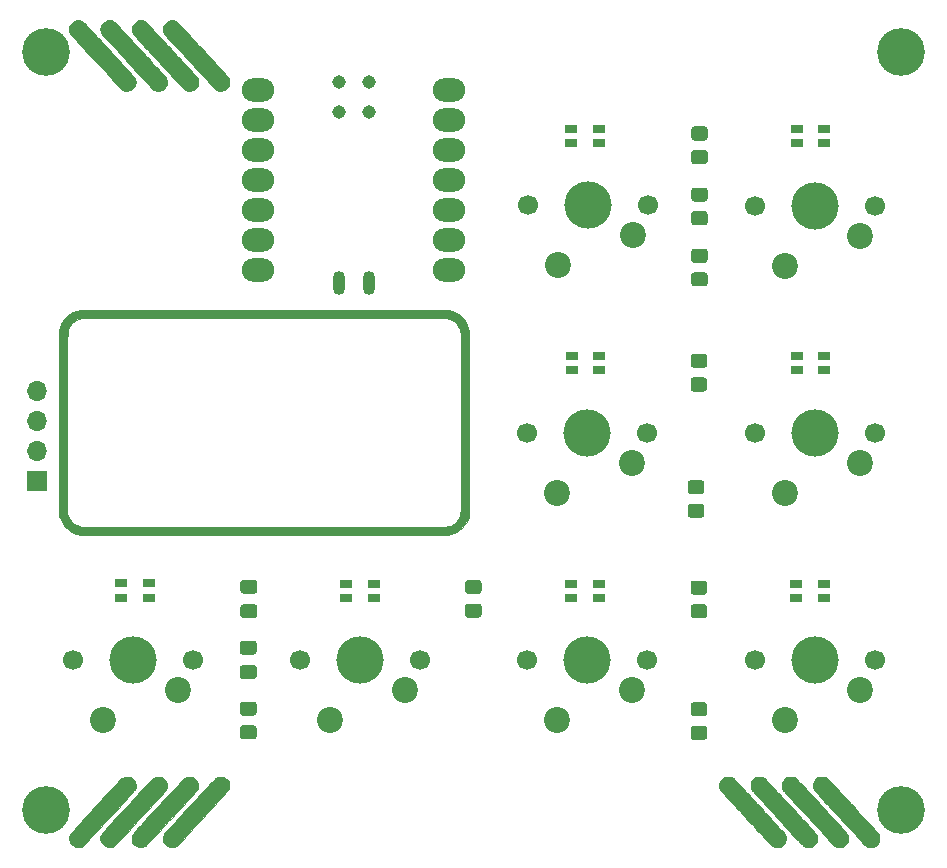
<source format=gbr>
%TF.GenerationSoftware,KiCad,Pcbnew,5.1.9+dfsg1-1*%
%TF.CreationDate,2021-09-07T23:13:06+02:00*%
%TF.ProjectId,streamdeck,73747265-616d-4646-9563-6b2e6b696361,rev?*%
%TF.SameCoordinates,Original*%
%TF.FileFunction,Soldermask,Top*%
%TF.FilePolarity,Negative*%
%FSLAX46Y46*%
G04 Gerber Fmt 4.6, Leading zero omitted, Abs format (unit mm)*
G04 Created by KiCad (PCBNEW 5.1.9+dfsg1-1) date 2021-09-07 23:13:06*
%MOMM*%
%LPD*%
G01*
G04 APERTURE LIST*
%ADD10C,0.010000*%
%ADD11C,4.030105*%
%ADD12C,1.700000*%
%ADD13C,4.000000*%
%ADD14C,2.200000*%
%ADD15R,1.100000X0.800000*%
%ADD16O,1.700000X1.700000*%
%ADD17R,1.700000X1.700000*%
%ADD18O,2.748280X1.998980*%
%ADD19O,1.016000X2.032000*%
%ADD20C,1.143000*%
G04 APERTURE END LIST*
D10*
%TO.C,Ref\u002A\u002A*%
G36*
X-35117752Y-114465724D02*
G01*
X-34957658Y-114524405D01*
X-34814027Y-114617637D01*
X-34692554Y-114741681D01*
X-34598934Y-114892800D01*
X-34595357Y-114900416D01*
X-34564270Y-114974833D01*
X-34546273Y-115042389D01*
X-34538051Y-115120300D01*
X-34536273Y-115207333D01*
X-34535664Y-115248024D01*
X-34534820Y-115284655D01*
X-34535055Y-115318834D01*
X-34537681Y-115352163D01*
X-34544012Y-115386249D01*
X-34555359Y-115422698D01*
X-34573037Y-115463113D01*
X-34598358Y-115509101D01*
X-34632634Y-115562266D01*
X-34677180Y-115624214D01*
X-34733307Y-115696550D01*
X-34802329Y-115780879D01*
X-34885558Y-115878806D01*
X-34984307Y-115991937D01*
X-35099890Y-116121876D01*
X-35233619Y-116270230D01*
X-35386807Y-116438603D01*
X-35560768Y-116628600D01*
X-35756812Y-116841826D01*
X-35976255Y-117079888D01*
X-36220408Y-117344389D01*
X-36490585Y-117636936D01*
X-36778190Y-117948400D01*
X-37023607Y-118213977D01*
X-37262266Y-118471729D01*
X-37492486Y-118719864D01*
X-37712585Y-118956592D01*
X-37920883Y-119180120D01*
X-38115699Y-119388658D01*
X-38295352Y-119580414D01*
X-38458160Y-119753598D01*
X-38602444Y-119906418D01*
X-38726522Y-120037084D01*
X-38828714Y-120143803D01*
X-38907338Y-120224786D01*
X-38960713Y-120278240D01*
X-38987159Y-120302374D01*
X-38987489Y-120302606D01*
X-39136248Y-120380088D01*
X-39302617Y-120421912D01*
X-39479420Y-120426740D01*
X-39579124Y-120413018D01*
X-39734353Y-120362299D01*
X-39869680Y-120278780D01*
X-39982596Y-120168257D01*
X-40070593Y-120036526D01*
X-40131161Y-119889382D01*
X-40161793Y-119732621D01*
X-40159979Y-119572038D01*
X-40123211Y-119413429D01*
X-40065495Y-119289379D01*
X-40044577Y-119262575D01*
X-39996815Y-119206898D01*
X-39924178Y-119124487D01*
X-39828636Y-119017483D01*
X-39712158Y-118888024D01*
X-39576716Y-118738252D01*
X-39424277Y-118570306D01*
X-39256812Y-118386326D01*
X-39076291Y-118188452D01*
X-38884684Y-117978824D01*
X-38683959Y-117759583D01*
X-38476087Y-117532868D01*
X-38263038Y-117300819D01*
X-38046781Y-117065576D01*
X-37829286Y-116829279D01*
X-37612522Y-116594069D01*
X-37398460Y-116362085D01*
X-37189069Y-116135467D01*
X-36986319Y-115916355D01*
X-36792179Y-115706890D01*
X-36608619Y-115509211D01*
X-36437610Y-115325458D01*
X-36281120Y-115157771D01*
X-36141119Y-115008291D01*
X-36019578Y-114879157D01*
X-35918465Y-114772509D01*
X-35839751Y-114690487D01*
X-35785406Y-114635232D01*
X-35757577Y-114609025D01*
X-35646004Y-114539557D01*
X-35511676Y-114485076D01*
X-35373316Y-114452119D01*
X-35288613Y-114445333D01*
X-35117752Y-114465724D01*
G37*
X-35117752Y-114465724D02*
X-34957658Y-114524405D01*
X-34814027Y-114617637D01*
X-34692554Y-114741681D01*
X-34598934Y-114892800D01*
X-34595357Y-114900416D01*
X-34564270Y-114974833D01*
X-34546273Y-115042389D01*
X-34538051Y-115120300D01*
X-34536273Y-115207333D01*
X-34535664Y-115248024D01*
X-34534820Y-115284655D01*
X-34535055Y-115318834D01*
X-34537681Y-115352163D01*
X-34544012Y-115386249D01*
X-34555359Y-115422698D01*
X-34573037Y-115463113D01*
X-34598358Y-115509101D01*
X-34632634Y-115562266D01*
X-34677180Y-115624214D01*
X-34733307Y-115696550D01*
X-34802329Y-115780879D01*
X-34885558Y-115878806D01*
X-34984307Y-115991937D01*
X-35099890Y-116121876D01*
X-35233619Y-116270230D01*
X-35386807Y-116438603D01*
X-35560768Y-116628600D01*
X-35756812Y-116841826D01*
X-35976255Y-117079888D01*
X-36220408Y-117344389D01*
X-36490585Y-117636936D01*
X-36778190Y-117948400D01*
X-37023607Y-118213977D01*
X-37262266Y-118471729D01*
X-37492486Y-118719864D01*
X-37712585Y-118956592D01*
X-37920883Y-119180120D01*
X-38115699Y-119388658D01*
X-38295352Y-119580414D01*
X-38458160Y-119753598D01*
X-38602444Y-119906418D01*
X-38726522Y-120037084D01*
X-38828714Y-120143803D01*
X-38907338Y-120224786D01*
X-38960713Y-120278240D01*
X-38987159Y-120302374D01*
X-38987489Y-120302606D01*
X-39136248Y-120380088D01*
X-39302617Y-120421912D01*
X-39479420Y-120426740D01*
X-39579124Y-120413018D01*
X-39734353Y-120362299D01*
X-39869680Y-120278780D01*
X-39982596Y-120168257D01*
X-40070593Y-120036526D01*
X-40131161Y-119889382D01*
X-40161793Y-119732621D01*
X-40159979Y-119572038D01*
X-40123211Y-119413429D01*
X-40065495Y-119289379D01*
X-40044577Y-119262575D01*
X-39996815Y-119206898D01*
X-39924178Y-119124487D01*
X-39828636Y-119017483D01*
X-39712158Y-118888024D01*
X-39576716Y-118738252D01*
X-39424277Y-118570306D01*
X-39256812Y-118386326D01*
X-39076291Y-118188452D01*
X-38884684Y-117978824D01*
X-38683959Y-117759583D01*
X-38476087Y-117532868D01*
X-38263038Y-117300819D01*
X-38046781Y-117065576D01*
X-37829286Y-116829279D01*
X-37612522Y-116594069D01*
X-37398460Y-116362085D01*
X-37189069Y-116135467D01*
X-36986319Y-115916355D01*
X-36792179Y-115706890D01*
X-36608619Y-115509211D01*
X-36437610Y-115325458D01*
X-36281120Y-115157771D01*
X-36141119Y-115008291D01*
X-36019578Y-114879157D01*
X-35918465Y-114772509D01*
X-35839751Y-114690487D01*
X-35785406Y-114635232D01*
X-35757577Y-114609025D01*
X-35646004Y-114539557D01*
X-35511676Y-114485076D01*
X-35373316Y-114452119D01*
X-35288613Y-114445333D01*
X-35117752Y-114465724D01*
G36*
X-32471918Y-114465724D02*
G01*
X-32311825Y-114524405D01*
X-32168194Y-114617637D01*
X-32046721Y-114741681D01*
X-31953101Y-114892800D01*
X-31949523Y-114900416D01*
X-31918436Y-114974833D01*
X-31900439Y-115042389D01*
X-31892218Y-115120300D01*
X-31890440Y-115207333D01*
X-31889832Y-115248021D01*
X-31888992Y-115284653D01*
X-31889232Y-115318833D01*
X-31891866Y-115352169D01*
X-31898206Y-115386266D01*
X-31909564Y-115422731D01*
X-31927253Y-115463168D01*
X-31952586Y-115509184D01*
X-31986875Y-115562385D01*
X-32031432Y-115624377D01*
X-32087572Y-115696766D01*
X-32156605Y-115781158D01*
X-32239845Y-115879159D01*
X-32338604Y-115992375D01*
X-32454195Y-116122411D01*
X-32587930Y-116270874D01*
X-32741122Y-116439370D01*
X-32915084Y-116629505D01*
X-33111129Y-116842884D01*
X-33330568Y-117081114D01*
X-33574714Y-117345800D01*
X-33844881Y-117638549D01*
X-34130802Y-117948416D01*
X-34403275Y-118243499D01*
X-34663381Y-118524632D01*
X-34909807Y-118790420D01*
X-35141244Y-119039464D01*
X-35356379Y-119270369D01*
X-35553903Y-119481737D01*
X-35732504Y-119672171D01*
X-35890870Y-119840276D01*
X-36027691Y-119984652D01*
X-36141656Y-120103905D01*
X-36231454Y-120196636D01*
X-36295773Y-120261450D01*
X-36333303Y-120296949D01*
X-36340117Y-120302360D01*
X-36492761Y-120380639D01*
X-36661699Y-120422439D01*
X-36839544Y-120426368D01*
X-36930725Y-120413456D01*
X-37086451Y-120362487D01*
X-37222431Y-120278663D01*
X-37336058Y-120167837D01*
X-37424724Y-120035865D01*
X-37485823Y-119888598D01*
X-37516747Y-119731893D01*
X-37514890Y-119571601D01*
X-37477645Y-119413576D01*
X-37425857Y-119301697D01*
X-37404902Y-119274572D01*
X-37357100Y-119218571D01*
X-37284415Y-119135829D01*
X-37188812Y-119028485D01*
X-37072259Y-118898675D01*
X-36936720Y-118748535D01*
X-36784162Y-118580203D01*
X-36616550Y-118395816D01*
X-36435849Y-118197511D01*
X-36244026Y-117987424D01*
X-36043046Y-117767693D01*
X-35834875Y-117540454D01*
X-35621479Y-117307845D01*
X-35404824Y-117072002D01*
X-35186874Y-116835063D01*
X-34969597Y-116599164D01*
X-34754957Y-116366442D01*
X-34544920Y-116139034D01*
X-34341453Y-115919078D01*
X-34146521Y-115708709D01*
X-33962089Y-115510066D01*
X-33790123Y-115325284D01*
X-33632590Y-115156502D01*
X-33491454Y-115005855D01*
X-33368682Y-114875481D01*
X-33266239Y-114767517D01*
X-33186091Y-114684100D01*
X-33130204Y-114627366D01*
X-33100543Y-114599452D01*
X-33099834Y-114598890D01*
X-33001384Y-114539306D01*
X-32878959Y-114489795D01*
X-32750729Y-114456462D01*
X-32642779Y-114445333D01*
X-32471918Y-114465724D01*
G37*
X-32471918Y-114465724D02*
X-32311825Y-114524405D01*
X-32168194Y-114617637D01*
X-32046721Y-114741681D01*
X-31953101Y-114892800D01*
X-31949523Y-114900416D01*
X-31918436Y-114974833D01*
X-31900439Y-115042389D01*
X-31892218Y-115120300D01*
X-31890440Y-115207333D01*
X-31889832Y-115248021D01*
X-31888992Y-115284653D01*
X-31889232Y-115318833D01*
X-31891866Y-115352169D01*
X-31898206Y-115386266D01*
X-31909564Y-115422731D01*
X-31927253Y-115463168D01*
X-31952586Y-115509184D01*
X-31986875Y-115562385D01*
X-32031432Y-115624377D01*
X-32087572Y-115696766D01*
X-32156605Y-115781158D01*
X-32239845Y-115879159D01*
X-32338604Y-115992375D01*
X-32454195Y-116122411D01*
X-32587930Y-116270874D01*
X-32741122Y-116439370D01*
X-32915084Y-116629505D01*
X-33111129Y-116842884D01*
X-33330568Y-117081114D01*
X-33574714Y-117345800D01*
X-33844881Y-117638549D01*
X-34130802Y-117948416D01*
X-34403275Y-118243499D01*
X-34663381Y-118524632D01*
X-34909807Y-118790420D01*
X-35141244Y-119039464D01*
X-35356379Y-119270369D01*
X-35553903Y-119481737D01*
X-35732504Y-119672171D01*
X-35890870Y-119840276D01*
X-36027691Y-119984652D01*
X-36141656Y-120103905D01*
X-36231454Y-120196636D01*
X-36295773Y-120261450D01*
X-36333303Y-120296949D01*
X-36340117Y-120302360D01*
X-36492761Y-120380639D01*
X-36661699Y-120422439D01*
X-36839544Y-120426368D01*
X-36930725Y-120413456D01*
X-37086451Y-120362487D01*
X-37222431Y-120278663D01*
X-37336058Y-120167837D01*
X-37424724Y-120035865D01*
X-37485823Y-119888598D01*
X-37516747Y-119731893D01*
X-37514890Y-119571601D01*
X-37477645Y-119413576D01*
X-37425857Y-119301697D01*
X-37404902Y-119274572D01*
X-37357100Y-119218571D01*
X-37284415Y-119135829D01*
X-37188812Y-119028485D01*
X-37072259Y-118898675D01*
X-36936720Y-118748535D01*
X-36784162Y-118580203D01*
X-36616550Y-118395816D01*
X-36435849Y-118197511D01*
X-36244026Y-117987424D01*
X-36043046Y-117767693D01*
X-35834875Y-117540454D01*
X-35621479Y-117307845D01*
X-35404824Y-117072002D01*
X-35186874Y-116835063D01*
X-34969597Y-116599164D01*
X-34754957Y-116366442D01*
X-34544920Y-116139034D01*
X-34341453Y-115919078D01*
X-34146521Y-115708709D01*
X-33962089Y-115510066D01*
X-33790123Y-115325284D01*
X-33632590Y-115156502D01*
X-33491454Y-115005855D01*
X-33368682Y-114875481D01*
X-33266239Y-114767517D01*
X-33186091Y-114684100D01*
X-33130204Y-114627366D01*
X-33100543Y-114599452D01*
X-33099834Y-114598890D01*
X-33001384Y-114539306D01*
X-32878959Y-114489795D01*
X-32750729Y-114456462D01*
X-32642779Y-114445333D01*
X-32471918Y-114465724D01*
G36*
X-29826085Y-114465724D02*
G01*
X-29665991Y-114524405D01*
X-29522360Y-114617637D01*
X-29400887Y-114741681D01*
X-29307268Y-114892800D01*
X-29303690Y-114900416D01*
X-29272603Y-114974833D01*
X-29254606Y-115042389D01*
X-29246384Y-115120300D01*
X-29244607Y-115207333D01*
X-29243998Y-115248034D01*
X-29243156Y-115284676D01*
X-29243393Y-115318865D01*
X-29246021Y-115352205D01*
X-29252355Y-115386304D01*
X-29263705Y-115422768D01*
X-29281385Y-115463202D01*
X-29306707Y-115509213D01*
X-29340984Y-115562406D01*
X-29385528Y-115624388D01*
X-29441652Y-115696765D01*
X-29510669Y-115781142D01*
X-29593892Y-115879126D01*
X-29692632Y-115992324D01*
X-29808203Y-116122339D01*
X-29941916Y-116270780D01*
X-30095086Y-116439252D01*
X-30269023Y-116629361D01*
X-30465042Y-116842713D01*
X-30684454Y-117080914D01*
X-30928572Y-117345570D01*
X-31198709Y-117638287D01*
X-31484872Y-117948416D01*
X-31758108Y-118244326D01*
X-32018813Y-118526108D01*
X-32265686Y-118792379D01*
X-32497430Y-119041752D01*
X-32712743Y-119272844D01*
X-32910327Y-119484270D01*
X-33088881Y-119674645D01*
X-33247107Y-119842586D01*
X-33383705Y-119986706D01*
X-33497375Y-120105622D01*
X-33586817Y-120197949D01*
X-33650733Y-120262303D01*
X-33687822Y-120297298D01*
X-33694233Y-120302360D01*
X-33796086Y-120356965D01*
X-33917178Y-120400689D01*
X-34038809Y-120427791D01*
X-34121989Y-120433699D01*
X-34188239Y-120427398D01*
X-34269525Y-120413531D01*
X-34305216Y-120405617D01*
X-34463475Y-120346347D01*
X-34605032Y-120252433D01*
X-34722713Y-120130158D01*
X-34809340Y-119985806D01*
X-34823491Y-119951780D01*
X-34863799Y-119793116D01*
X-34869594Y-119626372D01*
X-34842404Y-119461755D01*
X-34783757Y-119309468D01*
X-34710639Y-119197739D01*
X-34678207Y-119160239D01*
X-34619772Y-119094814D01*
X-34537317Y-119003609D01*
X-34432826Y-118888768D01*
X-34308285Y-118752436D01*
X-34165677Y-118596758D01*
X-34006988Y-118423878D01*
X-33834201Y-118235941D01*
X-33649301Y-118035091D01*
X-33454272Y-117823473D01*
X-33251099Y-117603231D01*
X-33041767Y-117376511D01*
X-32828259Y-117145457D01*
X-32612561Y-116912213D01*
X-32396656Y-116678923D01*
X-32182529Y-116447734D01*
X-31972165Y-116220789D01*
X-31767548Y-116000232D01*
X-31570662Y-115788209D01*
X-31383492Y-115586864D01*
X-31208023Y-115398341D01*
X-31046238Y-115224786D01*
X-30900123Y-115068342D01*
X-30771661Y-114931155D01*
X-30662837Y-114815369D01*
X-30575636Y-114723128D01*
X-30512042Y-114656577D01*
X-30474040Y-114617862D01*
X-30464787Y-114609227D01*
X-30354586Y-114540111D01*
X-30221422Y-114485695D01*
X-30083864Y-114452484D01*
X-29996946Y-114445333D01*
X-29826085Y-114465724D01*
G37*
X-29826085Y-114465724D02*
X-29665991Y-114524405D01*
X-29522360Y-114617637D01*
X-29400887Y-114741681D01*
X-29307268Y-114892800D01*
X-29303690Y-114900416D01*
X-29272603Y-114974833D01*
X-29254606Y-115042389D01*
X-29246384Y-115120300D01*
X-29244607Y-115207333D01*
X-29243998Y-115248034D01*
X-29243156Y-115284676D01*
X-29243393Y-115318865D01*
X-29246021Y-115352205D01*
X-29252355Y-115386304D01*
X-29263705Y-115422768D01*
X-29281385Y-115463202D01*
X-29306707Y-115509213D01*
X-29340984Y-115562406D01*
X-29385528Y-115624388D01*
X-29441652Y-115696765D01*
X-29510669Y-115781142D01*
X-29593892Y-115879126D01*
X-29692632Y-115992324D01*
X-29808203Y-116122339D01*
X-29941916Y-116270780D01*
X-30095086Y-116439252D01*
X-30269023Y-116629361D01*
X-30465042Y-116842713D01*
X-30684454Y-117080914D01*
X-30928572Y-117345570D01*
X-31198709Y-117638287D01*
X-31484872Y-117948416D01*
X-31758108Y-118244326D01*
X-32018813Y-118526108D01*
X-32265686Y-118792379D01*
X-32497430Y-119041752D01*
X-32712743Y-119272844D01*
X-32910327Y-119484270D01*
X-33088881Y-119674645D01*
X-33247107Y-119842586D01*
X-33383705Y-119986706D01*
X-33497375Y-120105622D01*
X-33586817Y-120197949D01*
X-33650733Y-120262303D01*
X-33687822Y-120297298D01*
X-33694233Y-120302360D01*
X-33796086Y-120356965D01*
X-33917178Y-120400689D01*
X-34038809Y-120427791D01*
X-34121989Y-120433699D01*
X-34188239Y-120427398D01*
X-34269525Y-120413531D01*
X-34305216Y-120405617D01*
X-34463475Y-120346347D01*
X-34605032Y-120252433D01*
X-34722713Y-120130158D01*
X-34809340Y-119985806D01*
X-34823491Y-119951780D01*
X-34863799Y-119793116D01*
X-34869594Y-119626372D01*
X-34842404Y-119461755D01*
X-34783757Y-119309468D01*
X-34710639Y-119197739D01*
X-34678207Y-119160239D01*
X-34619772Y-119094814D01*
X-34537317Y-119003609D01*
X-34432826Y-118888768D01*
X-34308285Y-118752436D01*
X-34165677Y-118596758D01*
X-34006988Y-118423878D01*
X-33834201Y-118235941D01*
X-33649301Y-118035091D01*
X-33454272Y-117823473D01*
X-33251099Y-117603231D01*
X-33041767Y-117376511D01*
X-32828259Y-117145457D01*
X-32612561Y-116912213D01*
X-32396656Y-116678923D01*
X-32182529Y-116447734D01*
X-31972165Y-116220789D01*
X-31767548Y-116000232D01*
X-31570662Y-115788209D01*
X-31383492Y-115586864D01*
X-31208023Y-115398341D01*
X-31046238Y-115224786D01*
X-30900123Y-115068342D01*
X-30771661Y-114931155D01*
X-30662837Y-114815369D01*
X-30575636Y-114723128D01*
X-30512042Y-114656577D01*
X-30474040Y-114617862D01*
X-30464787Y-114609227D01*
X-30354586Y-114540111D01*
X-30221422Y-114485695D01*
X-30083864Y-114452484D01*
X-29996946Y-114445333D01*
X-29826085Y-114465724D01*
G36*
X-27180252Y-114465724D02*
G01*
X-27020158Y-114524405D01*
X-26876527Y-114617637D01*
X-26755054Y-114741681D01*
X-26661434Y-114892800D01*
X-26657857Y-114900416D01*
X-26626770Y-114974833D01*
X-26608773Y-115042389D01*
X-26600551Y-115120300D01*
X-26598773Y-115207333D01*
X-26598167Y-115248144D01*
X-26597335Y-115284884D01*
X-26597593Y-115319165D01*
X-26600255Y-115352598D01*
X-26606638Y-115386795D01*
X-26618055Y-115423365D01*
X-26635823Y-115463921D01*
X-26661257Y-115510074D01*
X-26695672Y-115563435D01*
X-26740384Y-115625614D01*
X-26796707Y-115698224D01*
X-26865956Y-115782875D01*
X-26949448Y-115881179D01*
X-27048498Y-115994746D01*
X-27164420Y-116125188D01*
X-27298529Y-116274116D01*
X-27452143Y-116443141D01*
X-27626574Y-116633875D01*
X-27823139Y-116847928D01*
X-28043154Y-117086912D01*
X-28287932Y-117352437D01*
X-28558790Y-117646116D01*
X-28827794Y-117937833D01*
X-29114932Y-118248992D01*
X-29386522Y-118542716D01*
X-29641481Y-118817849D01*
X-29878723Y-119073235D01*
X-30097163Y-119307719D01*
X-30295718Y-119520144D01*
X-30473301Y-119709355D01*
X-30628830Y-119874197D01*
X-30761218Y-120013512D01*
X-30869381Y-120126146D01*
X-30952235Y-120210943D01*
X-31008695Y-120266746D01*
X-31037247Y-120292103D01*
X-31148894Y-120354998D01*
X-31277898Y-120402875D01*
X-31406220Y-120429916D01*
X-31476156Y-120433699D01*
X-31542406Y-120427398D01*
X-31623692Y-120413531D01*
X-31659383Y-120405617D01*
X-31820651Y-120345159D01*
X-31965598Y-120247834D01*
X-32045701Y-120169073D01*
X-32139643Y-120031714D01*
X-32199372Y-119877037D01*
X-32224826Y-119712740D01*
X-32215944Y-119546523D01*
X-32172664Y-119386085D01*
X-32094923Y-119239123D01*
X-32053623Y-119185199D01*
X-32015217Y-119141335D01*
X-31951268Y-119070042D01*
X-31863760Y-118973465D01*
X-31754677Y-118853748D01*
X-31626004Y-118713034D01*
X-31479724Y-118553468D01*
X-31317822Y-118377194D01*
X-31142282Y-118186356D01*
X-30955088Y-117983098D01*
X-30758225Y-117769565D01*
X-30553676Y-117547900D01*
X-30343426Y-117320247D01*
X-30129460Y-117088751D01*
X-29913761Y-116855556D01*
X-29698313Y-116622805D01*
X-29485101Y-116392643D01*
X-29276109Y-116167215D01*
X-29073321Y-115948663D01*
X-28878722Y-115739133D01*
X-28694295Y-115540768D01*
X-28522025Y-115355713D01*
X-28363896Y-115186111D01*
X-28221892Y-115034107D01*
X-28097997Y-114901844D01*
X-27994197Y-114791468D01*
X-27912474Y-114705121D01*
X-27854813Y-114644949D01*
X-27823199Y-114613095D01*
X-27818901Y-114609227D01*
X-27708760Y-114540121D01*
X-27575644Y-114485709D01*
X-27438108Y-114452494D01*
X-27351113Y-114445333D01*
X-27180252Y-114465724D01*
G37*
X-27180252Y-114465724D02*
X-27020158Y-114524405D01*
X-26876527Y-114617637D01*
X-26755054Y-114741681D01*
X-26661434Y-114892800D01*
X-26657857Y-114900416D01*
X-26626770Y-114974833D01*
X-26608773Y-115042389D01*
X-26600551Y-115120300D01*
X-26598773Y-115207333D01*
X-26598167Y-115248144D01*
X-26597335Y-115284884D01*
X-26597593Y-115319165D01*
X-26600255Y-115352598D01*
X-26606638Y-115386795D01*
X-26618055Y-115423365D01*
X-26635823Y-115463921D01*
X-26661257Y-115510074D01*
X-26695672Y-115563435D01*
X-26740384Y-115625614D01*
X-26796707Y-115698224D01*
X-26865956Y-115782875D01*
X-26949448Y-115881179D01*
X-27048498Y-115994746D01*
X-27164420Y-116125188D01*
X-27298529Y-116274116D01*
X-27452143Y-116443141D01*
X-27626574Y-116633875D01*
X-27823139Y-116847928D01*
X-28043154Y-117086912D01*
X-28287932Y-117352437D01*
X-28558790Y-117646116D01*
X-28827794Y-117937833D01*
X-29114932Y-118248992D01*
X-29386522Y-118542716D01*
X-29641481Y-118817849D01*
X-29878723Y-119073235D01*
X-30097163Y-119307719D01*
X-30295718Y-119520144D01*
X-30473301Y-119709355D01*
X-30628830Y-119874197D01*
X-30761218Y-120013512D01*
X-30869381Y-120126146D01*
X-30952235Y-120210943D01*
X-31008695Y-120266746D01*
X-31037247Y-120292103D01*
X-31148894Y-120354998D01*
X-31277898Y-120402875D01*
X-31406220Y-120429916D01*
X-31476156Y-120433699D01*
X-31542406Y-120427398D01*
X-31623692Y-120413531D01*
X-31659383Y-120405617D01*
X-31820651Y-120345159D01*
X-31965598Y-120247834D01*
X-32045701Y-120169073D01*
X-32139643Y-120031714D01*
X-32199372Y-119877037D01*
X-32224826Y-119712740D01*
X-32215944Y-119546523D01*
X-32172664Y-119386085D01*
X-32094923Y-119239123D01*
X-32053623Y-119185199D01*
X-32015217Y-119141335D01*
X-31951268Y-119070042D01*
X-31863760Y-118973465D01*
X-31754677Y-118853748D01*
X-31626004Y-118713034D01*
X-31479724Y-118553468D01*
X-31317822Y-118377194D01*
X-31142282Y-118186356D01*
X-30955088Y-117983098D01*
X-30758225Y-117769565D01*
X-30553676Y-117547900D01*
X-30343426Y-117320247D01*
X-30129460Y-117088751D01*
X-29913761Y-116855556D01*
X-29698313Y-116622805D01*
X-29485101Y-116392643D01*
X-29276109Y-116167215D01*
X-29073321Y-115948663D01*
X-28878722Y-115739133D01*
X-28694295Y-115540768D01*
X-28522025Y-115355713D01*
X-28363896Y-115186111D01*
X-28221892Y-115034107D01*
X-28097997Y-114901844D01*
X-27994197Y-114791468D01*
X-27912474Y-114705121D01*
X-27854813Y-114644949D01*
X-27823199Y-114613095D01*
X-27818901Y-114609227D01*
X-27708760Y-114540121D01*
X-27575644Y-114485709D01*
X-27438108Y-114452494D01*
X-27351113Y-114445333D01*
X-27180252Y-114465724D01*
G36*
X15726662Y-114457556D02*
G01*
X15797081Y-114464113D01*
X15857030Y-114479275D01*
X15922419Y-114506396D01*
X15964969Y-114526887D01*
X15985287Y-114537282D01*
X16005972Y-114549180D01*
X16028485Y-114564110D01*
X16054289Y-114583602D01*
X16084847Y-114609184D01*
X16121619Y-114642386D01*
X16166069Y-114684735D01*
X16219658Y-114737762D01*
X16283849Y-114802994D01*
X16360103Y-114881961D01*
X16449883Y-114976192D01*
X16554651Y-115087215D01*
X16675869Y-115216560D01*
X16814999Y-115365755D01*
X16973503Y-115536330D01*
X17152843Y-115729812D01*
X17354482Y-115947732D01*
X17579881Y-116191617D01*
X17830503Y-116462997D01*
X18107810Y-116763401D01*
X18218774Y-116883626D01*
X18463744Y-117149203D01*
X18701445Y-117407203D01*
X18930228Y-117655822D01*
X19148446Y-117893256D01*
X19354450Y-118117704D01*
X19546592Y-118327363D01*
X19723226Y-118520428D01*
X19882702Y-118695097D01*
X20023373Y-118849567D01*
X20143591Y-118982035D01*
X20241707Y-119090698D01*
X20316075Y-119173753D01*
X20365046Y-119229397D01*
X20386973Y-119255826D01*
X20387215Y-119256177D01*
X20462255Y-119403098D01*
X20501202Y-119563280D01*
X20504802Y-119729131D01*
X20473801Y-119893057D01*
X20408947Y-120047467D01*
X20310987Y-120184767D01*
X20294111Y-120202771D01*
X20174693Y-120298597D01*
X20031124Y-120370440D01*
X19874522Y-120415216D01*
X19716003Y-120429842D01*
X19566684Y-120411237D01*
X19554337Y-120407901D01*
X19476437Y-120379753D01*
X19391206Y-120340262D01*
X19357359Y-120321731D01*
X19328541Y-120297675D01*
X19273235Y-120244411D01*
X19193408Y-120164074D01*
X19091032Y-120058797D01*
X18968074Y-119930713D01*
X18826505Y-119781957D01*
X18668294Y-119614660D01*
X18495410Y-119430957D01*
X18309822Y-119232982D01*
X18113501Y-119022867D01*
X17908415Y-118802747D01*
X17696533Y-118574754D01*
X17479826Y-118341022D01*
X17260262Y-118103686D01*
X17039810Y-117864877D01*
X16820441Y-117626730D01*
X16604124Y-117391378D01*
X16392827Y-117160954D01*
X16188521Y-116937592D01*
X15993175Y-116723426D01*
X15808757Y-116520589D01*
X15637239Y-116331215D01*
X15480587Y-116157436D01*
X15340774Y-116001387D01*
X15219766Y-115865201D01*
X15119535Y-115751011D01*
X15042049Y-115660951D01*
X14989277Y-115597154D01*
X14963190Y-115561754D01*
X14962666Y-115560847D01*
X14929398Y-115499838D01*
X14907951Y-115450470D01*
X14895736Y-115400383D01*
X14890162Y-115337216D01*
X14888638Y-115248609D01*
X14888583Y-115207333D01*
X14889341Y-115105773D01*
X14893310Y-115034008D01*
X14903030Y-114979505D01*
X14921041Y-114929731D01*
X14949884Y-114872153D01*
X14960530Y-114852403D01*
X15060593Y-114705096D01*
X15185125Y-114590410D01*
X15319959Y-114512027D01*
X15387997Y-114483635D01*
X15451954Y-114466723D01*
X15527237Y-114458520D01*
X15629252Y-114456250D01*
X15629861Y-114456249D01*
X15726662Y-114457556D01*
G37*
X15726662Y-114457556D02*
X15797081Y-114464113D01*
X15857030Y-114479275D01*
X15922419Y-114506396D01*
X15964969Y-114526887D01*
X15985287Y-114537282D01*
X16005972Y-114549180D01*
X16028485Y-114564110D01*
X16054289Y-114583602D01*
X16084847Y-114609184D01*
X16121619Y-114642386D01*
X16166069Y-114684735D01*
X16219658Y-114737762D01*
X16283849Y-114802994D01*
X16360103Y-114881961D01*
X16449883Y-114976192D01*
X16554651Y-115087215D01*
X16675869Y-115216560D01*
X16814999Y-115365755D01*
X16973503Y-115536330D01*
X17152843Y-115729812D01*
X17354482Y-115947732D01*
X17579881Y-116191617D01*
X17830503Y-116462997D01*
X18107810Y-116763401D01*
X18218774Y-116883626D01*
X18463744Y-117149203D01*
X18701445Y-117407203D01*
X18930228Y-117655822D01*
X19148446Y-117893256D01*
X19354450Y-118117704D01*
X19546592Y-118327363D01*
X19723226Y-118520428D01*
X19882702Y-118695097D01*
X20023373Y-118849567D01*
X20143591Y-118982035D01*
X20241707Y-119090698D01*
X20316075Y-119173753D01*
X20365046Y-119229397D01*
X20386973Y-119255826D01*
X20387215Y-119256177D01*
X20462255Y-119403098D01*
X20501202Y-119563280D01*
X20504802Y-119729131D01*
X20473801Y-119893057D01*
X20408947Y-120047467D01*
X20310987Y-120184767D01*
X20294111Y-120202771D01*
X20174693Y-120298597D01*
X20031124Y-120370440D01*
X19874522Y-120415216D01*
X19716003Y-120429842D01*
X19566684Y-120411237D01*
X19554337Y-120407901D01*
X19476437Y-120379753D01*
X19391206Y-120340262D01*
X19357359Y-120321731D01*
X19328541Y-120297675D01*
X19273235Y-120244411D01*
X19193408Y-120164074D01*
X19091032Y-120058797D01*
X18968074Y-119930713D01*
X18826505Y-119781957D01*
X18668294Y-119614660D01*
X18495410Y-119430957D01*
X18309822Y-119232982D01*
X18113501Y-119022867D01*
X17908415Y-118802747D01*
X17696533Y-118574754D01*
X17479826Y-118341022D01*
X17260262Y-118103686D01*
X17039810Y-117864877D01*
X16820441Y-117626730D01*
X16604124Y-117391378D01*
X16392827Y-117160954D01*
X16188521Y-116937592D01*
X15993175Y-116723426D01*
X15808757Y-116520589D01*
X15637239Y-116331215D01*
X15480587Y-116157436D01*
X15340774Y-116001387D01*
X15219766Y-115865201D01*
X15119535Y-115751011D01*
X15042049Y-115660951D01*
X14989277Y-115597154D01*
X14963190Y-115561754D01*
X14962666Y-115560847D01*
X14929398Y-115499838D01*
X14907951Y-115450470D01*
X14895736Y-115400383D01*
X14890162Y-115337216D01*
X14888638Y-115248609D01*
X14888583Y-115207333D01*
X14889341Y-115105773D01*
X14893310Y-115034008D01*
X14903030Y-114979505D01*
X14921041Y-114929731D01*
X14949884Y-114872153D01*
X14960530Y-114852403D01*
X15060593Y-114705096D01*
X15185125Y-114590410D01*
X15319959Y-114512027D01*
X15387997Y-114483635D01*
X15451954Y-114466723D01*
X15527237Y-114458520D01*
X15629252Y-114456250D01*
X15629861Y-114456249D01*
X15726662Y-114457556D01*
G36*
X18372472Y-114457553D02*
G01*
X18442879Y-114464107D01*
X18502835Y-114479270D01*
X18568261Y-114506404D01*
X18611118Y-114527043D01*
X18631430Y-114537429D01*
X18652096Y-114549301D01*
X18674575Y-114564183D01*
X18700326Y-114583602D01*
X18730810Y-114609080D01*
X18767485Y-114642144D01*
X18811811Y-114684317D01*
X18865246Y-114737126D01*
X18929251Y-114802095D01*
X19005283Y-114880748D01*
X19094804Y-114974611D01*
X19199271Y-115085208D01*
X19320145Y-115214064D01*
X19458883Y-115362705D01*
X19616947Y-115532655D01*
X19795795Y-115725439D01*
X19996885Y-115942581D01*
X20221679Y-116185607D01*
X20471634Y-116456042D01*
X20748210Y-116755410D01*
X20875507Y-116893220D01*
X21172870Y-117215128D01*
X21442887Y-117507483D01*
X21686885Y-117771870D01*
X21906195Y-118009876D01*
X22102147Y-118223087D01*
X22276071Y-118413090D01*
X22429295Y-118581472D01*
X22563150Y-118729819D01*
X22678965Y-118859717D01*
X22778070Y-118972752D01*
X22861795Y-119070512D01*
X22931470Y-119154583D01*
X22988424Y-119226551D01*
X23033986Y-119288003D01*
X23069487Y-119340525D01*
X23096257Y-119385704D01*
X23115624Y-119425125D01*
X23128919Y-119460377D01*
X23137472Y-119493044D01*
X23142611Y-119524715D01*
X23145667Y-119556974D01*
X23147970Y-119591409D01*
X23148944Y-119605685D01*
X23146633Y-119775567D01*
X23111608Y-119926660D01*
X23041013Y-120070182D01*
X23024097Y-120096394D01*
X22912130Y-120227460D01*
X22774723Y-120328126D01*
X22618243Y-120395926D01*
X22449058Y-120428394D01*
X22273536Y-120423064D01*
X22210352Y-120411492D01*
X22181467Y-120404768D01*
X22153828Y-120397111D01*
X22125968Y-120387043D01*
X22096420Y-120373087D01*
X22063717Y-120353768D01*
X22026393Y-120327608D01*
X21982979Y-120293131D01*
X21932011Y-120248861D01*
X21872020Y-120193320D01*
X21801540Y-120125034D01*
X21719104Y-120042524D01*
X21623245Y-119944314D01*
X21512497Y-119828929D01*
X21385392Y-119694890D01*
X21240463Y-119540723D01*
X21076244Y-119364949D01*
X20891268Y-119166094D01*
X20684069Y-118942679D01*
X20453178Y-118693229D01*
X20197129Y-118416267D01*
X19914456Y-118110317D01*
X19784453Y-117969583D01*
X19487247Y-117647927D01*
X19217339Y-117355868D01*
X18973418Y-117091796D01*
X18754173Y-116854103D01*
X18558295Y-116641180D01*
X18384472Y-116451419D01*
X18231396Y-116283211D01*
X18097755Y-116134948D01*
X17982239Y-116005020D01*
X17883539Y-115891821D01*
X17800343Y-115793740D01*
X17731341Y-115709169D01*
X17675223Y-115636501D01*
X17630680Y-115574125D01*
X17596399Y-115520434D01*
X17571072Y-115473820D01*
X17553389Y-115432673D01*
X17542037Y-115395385D01*
X17535709Y-115360347D01*
X17533092Y-115325951D01*
X17532877Y-115290589D01*
X17533754Y-115252651D01*
X17534412Y-115210530D01*
X17534416Y-115207333D01*
X17535671Y-115108321D01*
X17541427Y-115036877D01*
X17554675Y-114978263D01*
X17578404Y-114917742D01*
X17604097Y-114863818D01*
X17693826Y-114721080D01*
X17810373Y-114607018D01*
X17959515Y-114516053D01*
X17968333Y-114511820D01*
X18034751Y-114483618D01*
X18097434Y-114466786D01*
X18171557Y-114458580D01*
X18272296Y-114456256D01*
X18275695Y-114456249D01*
X18372472Y-114457553D01*
G37*
X18372472Y-114457553D02*
X18442879Y-114464107D01*
X18502835Y-114479270D01*
X18568261Y-114506404D01*
X18611118Y-114527043D01*
X18631430Y-114537429D01*
X18652096Y-114549301D01*
X18674575Y-114564183D01*
X18700326Y-114583602D01*
X18730810Y-114609080D01*
X18767485Y-114642144D01*
X18811811Y-114684317D01*
X18865246Y-114737126D01*
X18929251Y-114802095D01*
X19005283Y-114880748D01*
X19094804Y-114974611D01*
X19199271Y-115085208D01*
X19320145Y-115214064D01*
X19458883Y-115362705D01*
X19616947Y-115532655D01*
X19795795Y-115725439D01*
X19996885Y-115942581D01*
X20221679Y-116185607D01*
X20471634Y-116456042D01*
X20748210Y-116755410D01*
X20875507Y-116893220D01*
X21172870Y-117215128D01*
X21442887Y-117507483D01*
X21686885Y-117771870D01*
X21906195Y-118009876D01*
X22102147Y-118223087D01*
X22276071Y-118413090D01*
X22429295Y-118581472D01*
X22563150Y-118729819D01*
X22678965Y-118859717D01*
X22778070Y-118972752D01*
X22861795Y-119070512D01*
X22931470Y-119154583D01*
X22988424Y-119226551D01*
X23033986Y-119288003D01*
X23069487Y-119340525D01*
X23096257Y-119385704D01*
X23115624Y-119425125D01*
X23128919Y-119460377D01*
X23137472Y-119493044D01*
X23142611Y-119524715D01*
X23145667Y-119556974D01*
X23147970Y-119591409D01*
X23148944Y-119605685D01*
X23146633Y-119775567D01*
X23111608Y-119926660D01*
X23041013Y-120070182D01*
X23024097Y-120096394D01*
X22912130Y-120227460D01*
X22774723Y-120328126D01*
X22618243Y-120395926D01*
X22449058Y-120428394D01*
X22273536Y-120423064D01*
X22210352Y-120411492D01*
X22181467Y-120404768D01*
X22153828Y-120397111D01*
X22125968Y-120387043D01*
X22096420Y-120373087D01*
X22063717Y-120353768D01*
X22026393Y-120327608D01*
X21982979Y-120293131D01*
X21932011Y-120248861D01*
X21872020Y-120193320D01*
X21801540Y-120125034D01*
X21719104Y-120042524D01*
X21623245Y-119944314D01*
X21512497Y-119828929D01*
X21385392Y-119694890D01*
X21240463Y-119540723D01*
X21076244Y-119364949D01*
X20891268Y-119166094D01*
X20684069Y-118942679D01*
X20453178Y-118693229D01*
X20197129Y-118416267D01*
X19914456Y-118110317D01*
X19784453Y-117969583D01*
X19487247Y-117647927D01*
X19217339Y-117355868D01*
X18973418Y-117091796D01*
X18754173Y-116854103D01*
X18558295Y-116641180D01*
X18384472Y-116451419D01*
X18231396Y-116283211D01*
X18097755Y-116134948D01*
X17982239Y-116005020D01*
X17883539Y-115891821D01*
X17800343Y-115793740D01*
X17731341Y-115709169D01*
X17675223Y-115636501D01*
X17630680Y-115574125D01*
X17596399Y-115520434D01*
X17571072Y-115473820D01*
X17553389Y-115432673D01*
X17542037Y-115395385D01*
X17535709Y-115360347D01*
X17533092Y-115325951D01*
X17532877Y-115290589D01*
X17533754Y-115252651D01*
X17534412Y-115210530D01*
X17534416Y-115207333D01*
X17535671Y-115108321D01*
X17541427Y-115036877D01*
X17554675Y-114978263D01*
X17578404Y-114917742D01*
X17604097Y-114863818D01*
X17693826Y-114721080D01*
X17810373Y-114607018D01*
X17959515Y-114516053D01*
X17968333Y-114511820D01*
X18034751Y-114483618D01*
X18097434Y-114466786D01*
X18171557Y-114458580D01*
X18272296Y-114456256D01*
X18275695Y-114456249D01*
X18372472Y-114457553D01*
G36*
X21018284Y-114457550D02*
G01*
X21088678Y-114464101D01*
X21148641Y-114479266D01*
X21214103Y-114506412D01*
X21257256Y-114527192D01*
X21277597Y-114537586D01*
X21298264Y-114549438D01*
X21320718Y-114564273D01*
X21346417Y-114583617D01*
X21376821Y-114608994D01*
X21413389Y-114641929D01*
X21457582Y-114683948D01*
X21510858Y-114736576D01*
X21574677Y-114801338D01*
X21650500Y-114879758D01*
X21739784Y-114973363D01*
X21843991Y-115083677D01*
X21964579Y-115212225D01*
X22103009Y-115360533D01*
X22260739Y-115530126D01*
X22439229Y-115722528D01*
X22639939Y-115939264D01*
X22864328Y-116181861D01*
X23113856Y-116451843D01*
X23389983Y-116750735D01*
X23521644Y-116893275D01*
X23818983Y-117215168D01*
X24088975Y-117507507D01*
X24332950Y-117771878D01*
X24552238Y-118009868D01*
X24748168Y-118223063D01*
X24922071Y-118413051D01*
X25075275Y-118581418D01*
X25209112Y-118729751D01*
X25324910Y-118859636D01*
X25423998Y-118972660D01*
X25507708Y-119070410D01*
X25577369Y-119154473D01*
X25634310Y-119226435D01*
X25679860Y-119287883D01*
X25715351Y-119340403D01*
X25742112Y-119385583D01*
X25761471Y-119425009D01*
X25774760Y-119460268D01*
X25783308Y-119492946D01*
X25788444Y-119524630D01*
X25791498Y-119556907D01*
X25793800Y-119591364D01*
X25794778Y-119605685D01*
X25792421Y-119775908D01*
X25757261Y-119927274D01*
X25686507Y-120070779D01*
X25670552Y-120095463D01*
X25558559Y-120226779D01*
X25421572Y-120327883D01*
X25266489Y-120396172D01*
X25100209Y-120429045D01*
X24929629Y-120423898D01*
X24846004Y-120406557D01*
X24767912Y-120379164D01*
X24682796Y-120340205D01*
X24649841Y-120322209D01*
X24625149Y-120302905D01*
X24581843Y-120262779D01*
X24519142Y-120201002D01*
X24436266Y-120116747D01*
X24332433Y-120009187D01*
X24206864Y-119877494D01*
X24058777Y-119720840D01*
X23887393Y-119538398D01*
X23691931Y-119329340D01*
X23471609Y-119092838D01*
X23225648Y-118828065D01*
X22953267Y-118534193D01*
X22653685Y-118210394D01*
X22439419Y-117978525D01*
X22142296Y-117656730D01*
X21872715Y-117364483D01*
X21629377Y-117100344D01*
X21410985Y-116862870D01*
X21216239Y-116650620D01*
X21043842Y-116462154D01*
X20892495Y-116296030D01*
X20760899Y-116150807D01*
X20647758Y-116025043D01*
X20551771Y-115917298D01*
X20471641Y-115826129D01*
X20406070Y-115750096D01*
X20353759Y-115687758D01*
X20313410Y-115637672D01*
X20283724Y-115598399D01*
X20263403Y-115568496D01*
X20254333Y-115552894D01*
X20219484Y-115484102D01*
X20197702Y-115428771D01*
X20185936Y-115372746D01*
X20181135Y-115301868D01*
X20180250Y-115209022D01*
X20181469Y-115109709D01*
X20187090Y-115038121D01*
X20200056Y-114979675D01*
X20223311Y-114919786D01*
X20249930Y-114863818D01*
X20339659Y-114721080D01*
X20456207Y-114607018D01*
X20605348Y-114516053D01*
X20614166Y-114511820D01*
X20680584Y-114483618D01*
X20743267Y-114466786D01*
X20817390Y-114458580D01*
X20918129Y-114456256D01*
X20921528Y-114456249D01*
X21018284Y-114457550D01*
G37*
X21018284Y-114457550D02*
X21088678Y-114464101D01*
X21148641Y-114479266D01*
X21214103Y-114506412D01*
X21257256Y-114527192D01*
X21277597Y-114537586D01*
X21298264Y-114549438D01*
X21320718Y-114564273D01*
X21346417Y-114583617D01*
X21376821Y-114608994D01*
X21413389Y-114641929D01*
X21457582Y-114683948D01*
X21510858Y-114736576D01*
X21574677Y-114801338D01*
X21650500Y-114879758D01*
X21739784Y-114973363D01*
X21843991Y-115083677D01*
X21964579Y-115212225D01*
X22103009Y-115360533D01*
X22260739Y-115530126D01*
X22439229Y-115722528D01*
X22639939Y-115939264D01*
X22864328Y-116181861D01*
X23113856Y-116451843D01*
X23389983Y-116750735D01*
X23521644Y-116893275D01*
X23818983Y-117215168D01*
X24088975Y-117507507D01*
X24332950Y-117771878D01*
X24552238Y-118009868D01*
X24748168Y-118223063D01*
X24922071Y-118413051D01*
X25075275Y-118581418D01*
X25209112Y-118729751D01*
X25324910Y-118859636D01*
X25423998Y-118972660D01*
X25507708Y-119070410D01*
X25577369Y-119154473D01*
X25634310Y-119226435D01*
X25679860Y-119287883D01*
X25715351Y-119340403D01*
X25742112Y-119385583D01*
X25761471Y-119425009D01*
X25774760Y-119460268D01*
X25783308Y-119492946D01*
X25788444Y-119524630D01*
X25791498Y-119556907D01*
X25793800Y-119591364D01*
X25794778Y-119605685D01*
X25792421Y-119775908D01*
X25757261Y-119927274D01*
X25686507Y-120070779D01*
X25670552Y-120095463D01*
X25558559Y-120226779D01*
X25421572Y-120327883D01*
X25266489Y-120396172D01*
X25100209Y-120429045D01*
X24929629Y-120423898D01*
X24846004Y-120406557D01*
X24767912Y-120379164D01*
X24682796Y-120340205D01*
X24649841Y-120322209D01*
X24625149Y-120302905D01*
X24581843Y-120262779D01*
X24519142Y-120201002D01*
X24436266Y-120116747D01*
X24332433Y-120009187D01*
X24206864Y-119877494D01*
X24058777Y-119720840D01*
X23887393Y-119538398D01*
X23691931Y-119329340D01*
X23471609Y-119092838D01*
X23225648Y-118828065D01*
X22953267Y-118534193D01*
X22653685Y-118210394D01*
X22439419Y-117978525D01*
X22142296Y-117656730D01*
X21872715Y-117364483D01*
X21629377Y-117100344D01*
X21410985Y-116862870D01*
X21216239Y-116650620D01*
X21043842Y-116462154D01*
X20892495Y-116296030D01*
X20760899Y-116150807D01*
X20647758Y-116025043D01*
X20551771Y-115917298D01*
X20471641Y-115826129D01*
X20406070Y-115750096D01*
X20353759Y-115687758D01*
X20313410Y-115637672D01*
X20283724Y-115598399D01*
X20263403Y-115568496D01*
X20254333Y-115552894D01*
X20219484Y-115484102D01*
X20197702Y-115428771D01*
X20185936Y-115372746D01*
X20181135Y-115301868D01*
X20180250Y-115209022D01*
X20181469Y-115109709D01*
X20187090Y-115038121D01*
X20200056Y-114979675D01*
X20223311Y-114919786D01*
X20249930Y-114863818D01*
X20339659Y-114721080D01*
X20456207Y-114607018D01*
X20605348Y-114516053D01*
X20614166Y-114511820D01*
X20680584Y-114483618D01*
X20743267Y-114466786D01*
X20817390Y-114458580D01*
X20918129Y-114456256D01*
X20921528Y-114456249D01*
X21018284Y-114457550D01*
G36*
X23663964Y-114457622D02*
G01*
X23734273Y-114464094D01*
X23794144Y-114479184D01*
X23859502Y-114506251D01*
X23903061Y-114527214D01*
X23923411Y-114537603D01*
X23944073Y-114549437D01*
X23966507Y-114564239D01*
X23992173Y-114583536D01*
X24022529Y-114608851D01*
X24059037Y-114641712D01*
X24103154Y-114683641D01*
X24156342Y-114736165D01*
X24220061Y-114800809D01*
X24295768Y-114879098D01*
X24384925Y-114972557D01*
X24488991Y-115082711D01*
X24609427Y-115211085D01*
X24747690Y-115359205D01*
X24905242Y-115528596D01*
X25083542Y-115720782D01*
X25284049Y-115937290D01*
X25508224Y-116179643D01*
X25757526Y-116449368D01*
X26033415Y-116747989D01*
X26167521Y-116893168D01*
X26464858Y-117215045D01*
X26734849Y-117507369D01*
X26978822Y-117771725D01*
X27198108Y-118009701D01*
X27394036Y-118222883D01*
X27567936Y-118412859D01*
X27721138Y-118581215D01*
X27854971Y-118729539D01*
X27970766Y-118859416D01*
X28069852Y-118972434D01*
X28153558Y-119070179D01*
X28223216Y-119154239D01*
X28280154Y-119226200D01*
X28325702Y-119287650D01*
X28361190Y-119340174D01*
X28387947Y-119385360D01*
X28407304Y-119424795D01*
X28420591Y-119460065D01*
X28429137Y-119492757D01*
X28434271Y-119524459D01*
X28437324Y-119556757D01*
X28439625Y-119591237D01*
X28440611Y-119605685D01*
X28438255Y-119775908D01*
X28403094Y-119927274D01*
X28332340Y-120070779D01*
X28316385Y-120095463D01*
X28204392Y-120226779D01*
X28067405Y-120327883D01*
X27912323Y-120396172D01*
X27746042Y-120429045D01*
X27575463Y-120423898D01*
X27491837Y-120406557D01*
X27413738Y-120379161D01*
X27328623Y-120340203D01*
X27295697Y-120322222D01*
X27271006Y-120302916D01*
X27227693Y-120262779D01*
X27164980Y-120200982D01*
X27082086Y-120116701D01*
X26978231Y-120009106D01*
X26852635Y-119877372D01*
X26704518Y-119720671D01*
X26533100Y-119538176D01*
X26337601Y-119329060D01*
X26117241Y-119092496D01*
X25871240Y-118827656D01*
X25598819Y-118533714D01*
X25299196Y-118209842D01*
X25085276Y-117978327D01*
X24787922Y-117656252D01*
X24518115Y-117363731D01*
X24274560Y-117099326D01*
X24055963Y-116861601D01*
X23861029Y-116649119D01*
X23688466Y-116460444D01*
X23536978Y-116294139D01*
X23405272Y-116148767D01*
X23292053Y-116022893D01*
X23196028Y-115915079D01*
X23115902Y-115823889D01*
X23050381Y-115747886D01*
X22998171Y-115685634D01*
X22957979Y-115635697D01*
X22928509Y-115596637D01*
X22908468Y-115567018D01*
X22900166Y-115552682D01*
X22865322Y-115484004D01*
X22843540Y-115428759D01*
X22831773Y-115372803D01*
X22826971Y-115301994D01*
X22826083Y-115209022D01*
X22827302Y-115109709D01*
X22832923Y-115038121D01*
X22845889Y-114979675D01*
X22869144Y-114919786D01*
X22895763Y-114863818D01*
X22985616Y-114720924D01*
X23102298Y-114606837D01*
X23251529Y-114516032D01*
X23260000Y-114511979D01*
X23326697Y-114483790D01*
X23389867Y-114466966D01*
X23464723Y-114458757D01*
X23566481Y-114456411D01*
X23567290Y-114456409D01*
X23663964Y-114457622D01*
G37*
X23663964Y-114457622D02*
X23734273Y-114464094D01*
X23794144Y-114479184D01*
X23859502Y-114506251D01*
X23903061Y-114527214D01*
X23923411Y-114537603D01*
X23944073Y-114549437D01*
X23966507Y-114564239D01*
X23992173Y-114583536D01*
X24022529Y-114608851D01*
X24059037Y-114641712D01*
X24103154Y-114683641D01*
X24156342Y-114736165D01*
X24220061Y-114800809D01*
X24295768Y-114879098D01*
X24384925Y-114972557D01*
X24488991Y-115082711D01*
X24609427Y-115211085D01*
X24747690Y-115359205D01*
X24905242Y-115528596D01*
X25083542Y-115720782D01*
X25284049Y-115937290D01*
X25508224Y-116179643D01*
X25757526Y-116449368D01*
X26033415Y-116747989D01*
X26167521Y-116893168D01*
X26464858Y-117215045D01*
X26734849Y-117507369D01*
X26978822Y-117771725D01*
X27198108Y-118009701D01*
X27394036Y-118222883D01*
X27567936Y-118412859D01*
X27721138Y-118581215D01*
X27854971Y-118729539D01*
X27970766Y-118859416D01*
X28069852Y-118972434D01*
X28153558Y-119070179D01*
X28223216Y-119154239D01*
X28280154Y-119226200D01*
X28325702Y-119287650D01*
X28361190Y-119340174D01*
X28387947Y-119385360D01*
X28407304Y-119424795D01*
X28420591Y-119460065D01*
X28429137Y-119492757D01*
X28434271Y-119524459D01*
X28437324Y-119556757D01*
X28439625Y-119591237D01*
X28440611Y-119605685D01*
X28438255Y-119775908D01*
X28403094Y-119927274D01*
X28332340Y-120070779D01*
X28316385Y-120095463D01*
X28204392Y-120226779D01*
X28067405Y-120327883D01*
X27912323Y-120396172D01*
X27746042Y-120429045D01*
X27575463Y-120423898D01*
X27491837Y-120406557D01*
X27413738Y-120379161D01*
X27328623Y-120340203D01*
X27295697Y-120322222D01*
X27271006Y-120302916D01*
X27227693Y-120262779D01*
X27164980Y-120200982D01*
X27082086Y-120116701D01*
X26978231Y-120009106D01*
X26852635Y-119877372D01*
X26704518Y-119720671D01*
X26533100Y-119538176D01*
X26337601Y-119329060D01*
X26117241Y-119092496D01*
X25871240Y-118827656D01*
X25598819Y-118533714D01*
X25299196Y-118209842D01*
X25085276Y-117978327D01*
X24787922Y-117656252D01*
X24518115Y-117363731D01*
X24274560Y-117099326D01*
X24055963Y-116861601D01*
X23861029Y-116649119D01*
X23688466Y-116460444D01*
X23536978Y-116294139D01*
X23405272Y-116148767D01*
X23292053Y-116022893D01*
X23196028Y-115915079D01*
X23115902Y-115823889D01*
X23050381Y-115747886D01*
X22998171Y-115685634D01*
X22957979Y-115635697D01*
X22928509Y-115596637D01*
X22908468Y-115567018D01*
X22900166Y-115552682D01*
X22865322Y-115484004D01*
X22843540Y-115428759D01*
X22831773Y-115372803D01*
X22826971Y-115301994D01*
X22826083Y-115209022D01*
X22827302Y-115109709D01*
X22832923Y-115038121D01*
X22845889Y-114979675D01*
X22869144Y-114919786D01*
X22895763Y-114863818D01*
X22985616Y-114720924D01*
X23102298Y-114606837D01*
X23251529Y-114516032D01*
X23260000Y-114511979D01*
X23326697Y-114483790D01*
X23389867Y-114466966D01*
X23464723Y-114458757D01*
X23566481Y-114456411D01*
X23567290Y-114456409D01*
X23663964Y-114457622D01*
G36*
X-22686432Y-74916585D02*
G01*
X-21758365Y-74916593D01*
X-20870802Y-74916608D01*
X-20022827Y-74916635D01*
X-19213525Y-74916673D01*
X-18441982Y-74916727D01*
X-17707282Y-74916798D01*
X-17008511Y-74916888D01*
X-16344754Y-74917001D01*
X-15715095Y-74917137D01*
X-15118619Y-74917300D01*
X-14554412Y-74917492D01*
X-14021559Y-74917715D01*
X-13519145Y-74917971D01*
X-13046254Y-74918264D01*
X-12601972Y-74918594D01*
X-12185383Y-74918965D01*
X-11795574Y-74919378D01*
X-11431628Y-74919836D01*
X-11092631Y-74920342D01*
X-10777668Y-74920897D01*
X-10485824Y-74921504D01*
X-10216183Y-74922166D01*
X-9967832Y-74922884D01*
X-9739854Y-74923661D01*
X-9531336Y-74924499D01*
X-9341361Y-74925401D01*
X-9169016Y-74926368D01*
X-9013384Y-74927404D01*
X-8873552Y-74928510D01*
X-8748604Y-74929689D01*
X-8637624Y-74930943D01*
X-8539699Y-74932274D01*
X-8453914Y-74933685D01*
X-8379352Y-74935178D01*
X-8315100Y-74936756D01*
X-8260242Y-74938420D01*
X-8213863Y-74940173D01*
X-8175048Y-74942017D01*
X-8142883Y-74943955D01*
X-8116452Y-74945989D01*
X-8094841Y-74948121D01*
X-8077134Y-74950353D01*
X-8062416Y-74952688D01*
X-8049773Y-74955129D01*
X-8045500Y-74956045D01*
X-7737137Y-75042933D01*
X-7453374Y-75162165D01*
X-7195879Y-75312229D01*
X-6966320Y-75491611D01*
X-6766365Y-75698799D01*
X-6597679Y-75932279D01*
X-6461930Y-76190540D01*
X-6360787Y-76472068D01*
X-6356036Y-76489010D01*
X-6299250Y-76694583D01*
X-6299250Y-92230916D01*
X-6348437Y-92421416D01*
X-6437194Y-92685567D01*
X-6562474Y-92939207D01*
X-6719579Y-93175014D01*
X-6903810Y-93385664D01*
X-7052894Y-93519479D01*
X-7217551Y-93636609D01*
X-7410117Y-93748479D01*
X-7616221Y-93847748D01*
X-7821490Y-93927075D01*
X-7897334Y-93950768D01*
X-8098417Y-94008916D01*
X-23592417Y-94012348D01*
X-24590142Y-94012558D01*
X-25546353Y-94012736D01*
X-26461872Y-94012880D01*
X-27337519Y-94012989D01*
X-28174114Y-94013062D01*
X-28972477Y-94013097D01*
X-29733429Y-94013094D01*
X-30457791Y-94013051D01*
X-31146381Y-94012967D01*
X-31800022Y-94012840D01*
X-32419532Y-94012669D01*
X-33005734Y-94012454D01*
X-33559446Y-94012192D01*
X-34081489Y-94011882D01*
X-34572684Y-94011524D01*
X-35033851Y-94011116D01*
X-35465810Y-94010656D01*
X-35869382Y-94010143D01*
X-36245386Y-94009577D01*
X-36594644Y-94008955D01*
X-36917976Y-94008277D01*
X-37216202Y-94007541D01*
X-37490142Y-94006746D01*
X-37740617Y-94005891D01*
X-37968447Y-94004974D01*
X-38174452Y-94003994D01*
X-38359454Y-94002951D01*
X-38524271Y-94001842D01*
X-38669725Y-94000666D01*
X-38796635Y-93999422D01*
X-38905823Y-93998109D01*
X-38998109Y-93996726D01*
X-39074312Y-93995271D01*
X-39135253Y-93993743D01*
X-39181753Y-93992141D01*
X-39214632Y-93990463D01*
X-39234711Y-93988708D01*
X-39238693Y-93988107D01*
X-39530748Y-93915392D01*
X-39805160Y-93808039D01*
X-40059072Y-93668725D01*
X-40289624Y-93500128D01*
X-40493958Y-93304924D01*
X-40669214Y-93085790D01*
X-40812535Y-92845404D01*
X-40921061Y-92586442D01*
X-40983758Y-92353999D01*
X-40987253Y-92335991D01*
X-40990535Y-92316367D01*
X-40993611Y-92293820D01*
X-40996485Y-92267042D01*
X-40999163Y-92234725D01*
X-41001652Y-92195562D01*
X-41003956Y-92148245D01*
X-41006081Y-92091466D01*
X-41008034Y-92023916D01*
X-41009819Y-91944290D01*
X-41011442Y-91851278D01*
X-41012909Y-91743573D01*
X-41014225Y-91619867D01*
X-41015397Y-91478853D01*
X-41016429Y-91319222D01*
X-41017328Y-91139668D01*
X-41018099Y-90938881D01*
X-41018747Y-90715555D01*
X-41019279Y-90468381D01*
X-41019700Y-90196052D01*
X-41020015Y-89897261D01*
X-41020231Y-89570698D01*
X-41020352Y-89215057D01*
X-41020385Y-88829030D01*
X-41020335Y-88411309D01*
X-41020208Y-87960587D01*
X-41020010Y-87475554D01*
X-41019745Y-86954905D01*
X-41019420Y-86397330D01*
X-41019040Y-85801523D01*
X-41018612Y-85166175D01*
X-41018140Y-84489979D01*
X-41018073Y-84395120D01*
X-41015031Y-80092150D01*
X-40322522Y-80092150D01*
X-40322457Y-80515022D01*
X-40322262Y-80970999D01*
X-40321959Y-81461383D01*
X-40321571Y-81987473D01*
X-40321119Y-82550570D01*
X-40320624Y-83151976D01*
X-40320109Y-83792991D01*
X-40319595Y-84474915D01*
X-40319547Y-84541593D01*
X-40314084Y-92209750D01*
X-40267415Y-92331993D01*
X-40184502Y-92521161D01*
X-40089670Y-92680333D01*
X-39975316Y-92821627D01*
X-39932483Y-92865916D01*
X-39736005Y-93032592D01*
X-39519485Y-93162160D01*
X-39284234Y-93253918D01*
X-39142375Y-93289011D01*
X-39127368Y-93290822D01*
X-39100355Y-93292558D01*
X-39060504Y-93294222D01*
X-39006983Y-93295814D01*
X-38938960Y-93297336D01*
X-38855601Y-93298789D01*
X-38756075Y-93300177D01*
X-38639550Y-93301499D01*
X-38505192Y-93302758D01*
X-38352170Y-93303955D01*
X-38179651Y-93305092D01*
X-37986802Y-93306170D01*
X-37772792Y-93307192D01*
X-37536789Y-93308158D01*
X-37277958Y-93309070D01*
X-36995470Y-93309930D01*
X-36688490Y-93310740D01*
X-36356186Y-93311501D01*
X-35997727Y-93312214D01*
X-35612280Y-93312882D01*
X-35199012Y-93313505D01*
X-34757092Y-93314086D01*
X-34285686Y-93314627D01*
X-33783962Y-93315128D01*
X-33251088Y-93315591D01*
X-32686232Y-93316018D01*
X-32088562Y-93316411D01*
X-31457244Y-93316771D01*
X-30791447Y-93317099D01*
X-30090338Y-93317398D01*
X-29353084Y-93317669D01*
X-28578854Y-93317914D01*
X-27766815Y-93318134D01*
X-26916135Y-93318330D01*
X-26025981Y-93318505D01*
X-25095522Y-93318660D01*
X-24123923Y-93318797D01*
X-23687667Y-93318851D01*
X-22603938Y-93318955D01*
X-21562244Y-93319005D01*
X-20562286Y-93318999D01*
X-19603766Y-93318937D01*
X-18686384Y-93318820D01*
X-17809843Y-93318645D01*
X-16973844Y-93318414D01*
X-16178089Y-93318125D01*
X-15422278Y-93317779D01*
X-14706113Y-93317374D01*
X-14029295Y-93316911D01*
X-13391527Y-93316389D01*
X-12792509Y-93315807D01*
X-12231943Y-93315166D01*
X-11709530Y-93314465D01*
X-11224973Y-93313703D01*
X-10777971Y-93312880D01*
X-10368227Y-93311996D01*
X-9995441Y-93311051D01*
X-9659317Y-93310043D01*
X-9359554Y-93308973D01*
X-9095854Y-93307839D01*
X-8867919Y-93306643D01*
X-8675451Y-93305383D01*
X-8518150Y-93304058D01*
X-8395718Y-93302670D01*
X-8307856Y-93301216D01*
X-8254266Y-93299697D01*
X-8236000Y-93298457D01*
X-8055287Y-93257267D01*
X-7872942Y-93194404D01*
X-7709297Y-93117042D01*
X-7689168Y-93105539D01*
X-7573644Y-93025536D01*
X-7452811Y-92920917D01*
X-7336824Y-92802245D01*
X-7235840Y-92680084D01*
X-7160015Y-92564998D01*
X-7148437Y-92543113D01*
X-7136145Y-92520071D01*
X-7124588Y-92500476D01*
X-7113745Y-92483029D01*
X-7103592Y-92466427D01*
X-7094108Y-92449370D01*
X-7085268Y-92430556D01*
X-7077052Y-92408685D01*
X-7069437Y-92382457D01*
X-7062399Y-92350569D01*
X-7055917Y-92311720D01*
X-7049968Y-92264611D01*
X-7044529Y-92207940D01*
X-7039578Y-92140405D01*
X-7035093Y-92060707D01*
X-7031050Y-91967544D01*
X-7027428Y-91859614D01*
X-7024204Y-91735618D01*
X-7021355Y-91594254D01*
X-7018858Y-91434220D01*
X-7016692Y-91254217D01*
X-7014834Y-91052943D01*
X-7013261Y-90829098D01*
X-7011951Y-90581379D01*
X-7010881Y-90308487D01*
X-7010029Y-90009120D01*
X-7009371Y-89681977D01*
X-7008887Y-89325758D01*
X-7008552Y-88939161D01*
X-7008346Y-88520885D01*
X-7008244Y-88069630D01*
X-7008225Y-87584094D01*
X-7008266Y-87062977D01*
X-7008344Y-86504977D01*
X-7008438Y-85908793D01*
X-7008524Y-85273126D01*
X-7008580Y-84596672D01*
X-7008585Y-84463594D01*
X-7008592Y-83781010D01*
X-7008580Y-83139456D01*
X-7008567Y-82537629D01*
X-7008570Y-81974225D01*
X-7008609Y-81447942D01*
X-7008699Y-80957477D01*
X-7008861Y-80501525D01*
X-7009111Y-80078784D01*
X-7009468Y-79687950D01*
X-7009950Y-79327721D01*
X-7010575Y-78996793D01*
X-7011360Y-78693863D01*
X-7012324Y-78417628D01*
X-7013485Y-78166784D01*
X-7014861Y-77940028D01*
X-7016469Y-77736057D01*
X-7018329Y-77553568D01*
X-7020457Y-77391258D01*
X-7022872Y-77247823D01*
X-7025592Y-77121960D01*
X-7028635Y-77012366D01*
X-7032019Y-76917738D01*
X-7035762Y-76836772D01*
X-7039881Y-76768166D01*
X-7044396Y-76710616D01*
X-7049323Y-76662818D01*
X-7054682Y-76623470D01*
X-7060489Y-76591268D01*
X-7066763Y-76564910D01*
X-7073523Y-76543091D01*
X-7080785Y-76524510D01*
X-7088568Y-76507861D01*
X-7096891Y-76491843D01*
X-7105770Y-76475152D01*
X-7115224Y-76456485D01*
X-7119367Y-76447752D01*
X-7201894Y-76300867D01*
X-7309517Y-76154807D01*
X-7429422Y-76025992D01*
X-7489232Y-75973778D01*
X-7606223Y-75891867D01*
X-7746513Y-75811886D01*
X-7895716Y-75740816D01*
X-8039450Y-75685635D01*
X-8140750Y-75657638D01*
X-8153804Y-75655652D01*
X-8174306Y-75653750D01*
X-8203139Y-75651930D01*
X-8241187Y-75650190D01*
X-8289335Y-75648530D01*
X-8348465Y-75646946D01*
X-8419463Y-75645438D01*
X-8503212Y-75644002D01*
X-8600595Y-75642639D01*
X-8712497Y-75641345D01*
X-8839802Y-75640119D01*
X-8983393Y-75638959D01*
X-9144155Y-75637864D01*
X-9322970Y-75636831D01*
X-9520724Y-75635859D01*
X-9738300Y-75634946D01*
X-9976582Y-75634091D01*
X-10236453Y-75633290D01*
X-10518798Y-75632543D01*
X-10824501Y-75631848D01*
X-11154445Y-75631203D01*
X-11509514Y-75630606D01*
X-11890592Y-75630055D01*
X-12298564Y-75629549D01*
X-12734312Y-75629086D01*
X-13198721Y-75628664D01*
X-13692675Y-75628280D01*
X-14217058Y-75627935D01*
X-14772753Y-75627624D01*
X-15360644Y-75627348D01*
X-15981615Y-75627104D01*
X-16636551Y-75626889D01*
X-17326335Y-75626704D01*
X-18051850Y-75626544D01*
X-18813981Y-75626410D01*
X-19613612Y-75626298D01*
X-20451627Y-75626208D01*
X-21328909Y-75626137D01*
X-22246342Y-75626084D01*
X-23204810Y-75626046D01*
X-23668406Y-75626034D01*
X-24635683Y-75626011D01*
X-25561542Y-75625993D01*
X-26446902Y-75625982D01*
X-27292678Y-75625980D01*
X-28099788Y-75625989D01*
X-28869147Y-75626013D01*
X-29601673Y-75626053D01*
X-30298281Y-75626112D01*
X-30959890Y-75626193D01*
X-31587415Y-75626298D01*
X-32181773Y-75626429D01*
X-32743881Y-75626589D01*
X-33274655Y-75626780D01*
X-33775012Y-75627005D01*
X-34245869Y-75627266D01*
X-34688141Y-75627565D01*
X-35102747Y-75627906D01*
X-35490602Y-75628291D01*
X-35852624Y-75628721D01*
X-36189728Y-75629200D01*
X-36502831Y-75629730D01*
X-36792851Y-75630314D01*
X-37060703Y-75630953D01*
X-37307305Y-75631651D01*
X-37533572Y-75632409D01*
X-37740422Y-75633231D01*
X-37928772Y-75634118D01*
X-38099537Y-75635073D01*
X-38253635Y-75636099D01*
X-38391981Y-75637199D01*
X-38515494Y-75638373D01*
X-38625089Y-75639626D01*
X-38721683Y-75640959D01*
X-38806193Y-75642375D01*
X-38879535Y-75643876D01*
X-38942626Y-75645466D01*
X-38996383Y-75647145D01*
X-39041722Y-75648917D01*
X-39079560Y-75650785D01*
X-39110813Y-75652750D01*
X-39136399Y-75654815D01*
X-39157233Y-75656982D01*
X-39174233Y-75659255D01*
X-39188315Y-75661635D01*
X-39200395Y-75664125D01*
X-39211391Y-75666728D01*
X-39215323Y-75667708D01*
X-39445163Y-75742981D01*
X-39650143Y-75848857D01*
X-39838453Y-75989985D01*
X-39923254Y-76069539D01*
X-40020554Y-76171618D01*
X-40092986Y-76260471D01*
X-40149674Y-76348107D01*
X-40183177Y-76411688D01*
X-40195596Y-76435693D01*
X-40207276Y-76456384D01*
X-40218237Y-76475061D01*
X-40228501Y-76493025D01*
X-40238090Y-76511577D01*
X-40247025Y-76532018D01*
X-40255330Y-76555648D01*
X-40263025Y-76583768D01*
X-40270132Y-76617679D01*
X-40276673Y-76658681D01*
X-40282671Y-76708076D01*
X-40288146Y-76767163D01*
X-40293120Y-76837244D01*
X-40297616Y-76919619D01*
X-40301655Y-77015588D01*
X-40305259Y-77126454D01*
X-40308450Y-77253516D01*
X-40311250Y-77398074D01*
X-40313680Y-77561431D01*
X-40315762Y-77744886D01*
X-40317519Y-77949740D01*
X-40318971Y-78177293D01*
X-40320141Y-78428847D01*
X-40321051Y-78705703D01*
X-40321722Y-79009160D01*
X-40322177Y-79340520D01*
X-40322436Y-79701083D01*
X-40322522Y-80092150D01*
X-41015031Y-80092150D01*
X-41012584Y-76631083D01*
X-40954273Y-76445201D01*
X-40843565Y-76158786D01*
X-40699910Y-75898434D01*
X-40524544Y-75665237D01*
X-40318705Y-75460285D01*
X-40083630Y-75284671D01*
X-39820555Y-75139488D01*
X-39530718Y-75025827D01*
X-39266334Y-74955264D01*
X-39254038Y-74952833D01*
X-39239648Y-74950506D01*
X-39222249Y-74948280D01*
X-39200926Y-74946154D01*
X-39174765Y-74944125D01*
X-39142852Y-74942191D01*
X-39104272Y-74940349D01*
X-39058111Y-74938598D01*
X-39003456Y-74936935D01*
X-38939391Y-74935357D01*
X-38865002Y-74933863D01*
X-38779375Y-74932451D01*
X-38681595Y-74931117D01*
X-38570749Y-74929860D01*
X-38445921Y-74928677D01*
X-38306198Y-74927567D01*
X-38150666Y-74926526D01*
X-37978409Y-74925554D01*
X-37788514Y-74924646D01*
X-37580066Y-74923802D01*
X-37352152Y-74923018D01*
X-37103856Y-74922294D01*
X-36834264Y-74921625D01*
X-36542462Y-74921011D01*
X-36227536Y-74920448D01*
X-35888571Y-74919935D01*
X-35524653Y-74919469D01*
X-35134868Y-74919048D01*
X-34718302Y-74918670D01*
X-34274039Y-74918332D01*
X-33801166Y-74918033D01*
X-33298769Y-74917769D01*
X-32765932Y-74917539D01*
X-32201743Y-74917341D01*
X-31605286Y-74917172D01*
X-30975647Y-74917029D01*
X-30311912Y-74916911D01*
X-29613166Y-74916816D01*
X-28878496Y-74916741D01*
X-28106986Y-74916683D01*
X-27297723Y-74916641D01*
X-26449792Y-74916612D01*
X-25562279Y-74916594D01*
X-24634270Y-74916585D01*
X-23664849Y-74916583D01*
X-23655917Y-74916583D01*
X-22686432Y-74916585D01*
G37*
X-22686432Y-74916585D02*
X-21758365Y-74916593D01*
X-20870802Y-74916608D01*
X-20022827Y-74916635D01*
X-19213525Y-74916673D01*
X-18441982Y-74916727D01*
X-17707282Y-74916798D01*
X-17008511Y-74916888D01*
X-16344754Y-74917001D01*
X-15715095Y-74917137D01*
X-15118619Y-74917300D01*
X-14554412Y-74917492D01*
X-14021559Y-74917715D01*
X-13519145Y-74917971D01*
X-13046254Y-74918264D01*
X-12601972Y-74918594D01*
X-12185383Y-74918965D01*
X-11795574Y-74919378D01*
X-11431628Y-74919836D01*
X-11092631Y-74920342D01*
X-10777668Y-74920897D01*
X-10485824Y-74921504D01*
X-10216183Y-74922166D01*
X-9967832Y-74922884D01*
X-9739854Y-74923661D01*
X-9531336Y-74924499D01*
X-9341361Y-74925401D01*
X-9169016Y-74926368D01*
X-9013384Y-74927404D01*
X-8873552Y-74928510D01*
X-8748604Y-74929689D01*
X-8637624Y-74930943D01*
X-8539699Y-74932274D01*
X-8453914Y-74933685D01*
X-8379352Y-74935178D01*
X-8315100Y-74936756D01*
X-8260242Y-74938420D01*
X-8213863Y-74940173D01*
X-8175048Y-74942017D01*
X-8142883Y-74943955D01*
X-8116452Y-74945989D01*
X-8094841Y-74948121D01*
X-8077134Y-74950353D01*
X-8062416Y-74952688D01*
X-8049773Y-74955129D01*
X-8045500Y-74956045D01*
X-7737137Y-75042933D01*
X-7453374Y-75162165D01*
X-7195879Y-75312229D01*
X-6966320Y-75491611D01*
X-6766365Y-75698799D01*
X-6597679Y-75932279D01*
X-6461930Y-76190540D01*
X-6360787Y-76472068D01*
X-6356036Y-76489010D01*
X-6299250Y-76694583D01*
X-6299250Y-92230916D01*
X-6348437Y-92421416D01*
X-6437194Y-92685567D01*
X-6562474Y-92939207D01*
X-6719579Y-93175014D01*
X-6903810Y-93385664D01*
X-7052894Y-93519479D01*
X-7217551Y-93636609D01*
X-7410117Y-93748479D01*
X-7616221Y-93847748D01*
X-7821490Y-93927075D01*
X-7897334Y-93950768D01*
X-8098417Y-94008916D01*
X-23592417Y-94012348D01*
X-24590142Y-94012558D01*
X-25546353Y-94012736D01*
X-26461872Y-94012880D01*
X-27337519Y-94012989D01*
X-28174114Y-94013062D01*
X-28972477Y-94013097D01*
X-29733429Y-94013094D01*
X-30457791Y-94013051D01*
X-31146381Y-94012967D01*
X-31800022Y-94012840D01*
X-32419532Y-94012669D01*
X-33005734Y-94012454D01*
X-33559446Y-94012192D01*
X-34081489Y-94011882D01*
X-34572684Y-94011524D01*
X-35033851Y-94011116D01*
X-35465810Y-94010656D01*
X-35869382Y-94010143D01*
X-36245386Y-94009577D01*
X-36594644Y-94008955D01*
X-36917976Y-94008277D01*
X-37216202Y-94007541D01*
X-37490142Y-94006746D01*
X-37740617Y-94005891D01*
X-37968447Y-94004974D01*
X-38174452Y-94003994D01*
X-38359454Y-94002951D01*
X-38524271Y-94001842D01*
X-38669725Y-94000666D01*
X-38796635Y-93999422D01*
X-38905823Y-93998109D01*
X-38998109Y-93996726D01*
X-39074312Y-93995271D01*
X-39135253Y-93993743D01*
X-39181753Y-93992141D01*
X-39214632Y-93990463D01*
X-39234711Y-93988708D01*
X-39238693Y-93988107D01*
X-39530748Y-93915392D01*
X-39805160Y-93808039D01*
X-40059072Y-93668725D01*
X-40289624Y-93500128D01*
X-40493958Y-93304924D01*
X-40669214Y-93085790D01*
X-40812535Y-92845404D01*
X-40921061Y-92586442D01*
X-40983758Y-92353999D01*
X-40987253Y-92335991D01*
X-40990535Y-92316367D01*
X-40993611Y-92293820D01*
X-40996485Y-92267042D01*
X-40999163Y-92234725D01*
X-41001652Y-92195562D01*
X-41003956Y-92148245D01*
X-41006081Y-92091466D01*
X-41008034Y-92023916D01*
X-41009819Y-91944290D01*
X-41011442Y-91851278D01*
X-41012909Y-91743573D01*
X-41014225Y-91619867D01*
X-41015397Y-91478853D01*
X-41016429Y-91319222D01*
X-41017328Y-91139668D01*
X-41018099Y-90938881D01*
X-41018747Y-90715555D01*
X-41019279Y-90468381D01*
X-41019700Y-90196052D01*
X-41020015Y-89897261D01*
X-41020231Y-89570698D01*
X-41020352Y-89215057D01*
X-41020385Y-88829030D01*
X-41020335Y-88411309D01*
X-41020208Y-87960587D01*
X-41020010Y-87475554D01*
X-41019745Y-86954905D01*
X-41019420Y-86397330D01*
X-41019040Y-85801523D01*
X-41018612Y-85166175D01*
X-41018140Y-84489979D01*
X-41018073Y-84395120D01*
X-41015031Y-80092150D01*
X-40322522Y-80092150D01*
X-40322457Y-80515022D01*
X-40322262Y-80970999D01*
X-40321959Y-81461383D01*
X-40321571Y-81987473D01*
X-40321119Y-82550570D01*
X-40320624Y-83151976D01*
X-40320109Y-83792991D01*
X-40319595Y-84474915D01*
X-40319547Y-84541593D01*
X-40314084Y-92209750D01*
X-40267415Y-92331993D01*
X-40184502Y-92521161D01*
X-40089670Y-92680333D01*
X-39975316Y-92821627D01*
X-39932483Y-92865916D01*
X-39736005Y-93032592D01*
X-39519485Y-93162160D01*
X-39284234Y-93253918D01*
X-39142375Y-93289011D01*
X-39127368Y-93290822D01*
X-39100355Y-93292558D01*
X-39060504Y-93294222D01*
X-39006983Y-93295814D01*
X-38938960Y-93297336D01*
X-38855601Y-93298789D01*
X-38756075Y-93300177D01*
X-38639550Y-93301499D01*
X-38505192Y-93302758D01*
X-38352170Y-93303955D01*
X-38179651Y-93305092D01*
X-37986802Y-93306170D01*
X-37772792Y-93307192D01*
X-37536789Y-93308158D01*
X-37277958Y-93309070D01*
X-36995470Y-93309930D01*
X-36688490Y-93310740D01*
X-36356186Y-93311501D01*
X-35997727Y-93312214D01*
X-35612280Y-93312882D01*
X-35199012Y-93313505D01*
X-34757092Y-93314086D01*
X-34285686Y-93314627D01*
X-33783962Y-93315128D01*
X-33251088Y-93315591D01*
X-32686232Y-93316018D01*
X-32088562Y-93316411D01*
X-31457244Y-93316771D01*
X-30791447Y-93317099D01*
X-30090338Y-93317398D01*
X-29353084Y-93317669D01*
X-28578854Y-93317914D01*
X-27766815Y-93318134D01*
X-26916135Y-93318330D01*
X-26025981Y-93318505D01*
X-25095522Y-93318660D01*
X-24123923Y-93318797D01*
X-23687667Y-93318851D01*
X-22603938Y-93318955D01*
X-21562244Y-93319005D01*
X-20562286Y-93318999D01*
X-19603766Y-93318937D01*
X-18686384Y-93318820D01*
X-17809843Y-93318645D01*
X-16973844Y-93318414D01*
X-16178089Y-93318125D01*
X-15422278Y-93317779D01*
X-14706113Y-93317374D01*
X-14029295Y-93316911D01*
X-13391527Y-93316389D01*
X-12792509Y-93315807D01*
X-12231943Y-93315166D01*
X-11709530Y-93314465D01*
X-11224973Y-93313703D01*
X-10777971Y-93312880D01*
X-10368227Y-93311996D01*
X-9995441Y-93311051D01*
X-9659317Y-93310043D01*
X-9359554Y-93308973D01*
X-9095854Y-93307839D01*
X-8867919Y-93306643D01*
X-8675451Y-93305383D01*
X-8518150Y-93304058D01*
X-8395718Y-93302670D01*
X-8307856Y-93301216D01*
X-8254266Y-93299697D01*
X-8236000Y-93298457D01*
X-8055287Y-93257267D01*
X-7872942Y-93194404D01*
X-7709297Y-93117042D01*
X-7689168Y-93105539D01*
X-7573644Y-93025536D01*
X-7452811Y-92920917D01*
X-7336824Y-92802245D01*
X-7235840Y-92680084D01*
X-7160015Y-92564998D01*
X-7148437Y-92543113D01*
X-7136145Y-92520071D01*
X-7124588Y-92500476D01*
X-7113745Y-92483029D01*
X-7103592Y-92466427D01*
X-7094108Y-92449370D01*
X-7085268Y-92430556D01*
X-7077052Y-92408685D01*
X-7069437Y-92382457D01*
X-7062399Y-92350569D01*
X-7055917Y-92311720D01*
X-7049968Y-92264611D01*
X-7044529Y-92207940D01*
X-7039578Y-92140405D01*
X-7035093Y-92060707D01*
X-7031050Y-91967544D01*
X-7027428Y-91859614D01*
X-7024204Y-91735618D01*
X-7021355Y-91594254D01*
X-7018858Y-91434220D01*
X-7016692Y-91254217D01*
X-7014834Y-91052943D01*
X-7013261Y-90829098D01*
X-7011951Y-90581379D01*
X-7010881Y-90308487D01*
X-7010029Y-90009120D01*
X-7009371Y-89681977D01*
X-7008887Y-89325758D01*
X-7008552Y-88939161D01*
X-7008346Y-88520885D01*
X-7008244Y-88069630D01*
X-7008225Y-87584094D01*
X-7008266Y-87062977D01*
X-7008344Y-86504977D01*
X-7008438Y-85908793D01*
X-7008524Y-85273126D01*
X-7008580Y-84596672D01*
X-7008585Y-84463594D01*
X-7008592Y-83781010D01*
X-7008580Y-83139456D01*
X-7008567Y-82537629D01*
X-7008570Y-81974225D01*
X-7008609Y-81447942D01*
X-7008699Y-80957477D01*
X-7008861Y-80501525D01*
X-7009111Y-80078784D01*
X-7009468Y-79687950D01*
X-7009950Y-79327721D01*
X-7010575Y-78996793D01*
X-7011360Y-78693863D01*
X-7012324Y-78417628D01*
X-7013485Y-78166784D01*
X-7014861Y-77940028D01*
X-7016469Y-77736057D01*
X-7018329Y-77553568D01*
X-7020457Y-77391258D01*
X-7022872Y-77247823D01*
X-7025592Y-77121960D01*
X-7028635Y-77012366D01*
X-7032019Y-76917738D01*
X-7035762Y-76836772D01*
X-7039881Y-76768166D01*
X-7044396Y-76710616D01*
X-7049323Y-76662818D01*
X-7054682Y-76623470D01*
X-7060489Y-76591268D01*
X-7066763Y-76564910D01*
X-7073523Y-76543091D01*
X-7080785Y-76524510D01*
X-7088568Y-76507861D01*
X-7096891Y-76491843D01*
X-7105770Y-76475152D01*
X-7115224Y-76456485D01*
X-7119367Y-76447752D01*
X-7201894Y-76300867D01*
X-7309517Y-76154807D01*
X-7429422Y-76025992D01*
X-7489232Y-75973778D01*
X-7606223Y-75891867D01*
X-7746513Y-75811886D01*
X-7895716Y-75740816D01*
X-8039450Y-75685635D01*
X-8140750Y-75657638D01*
X-8153804Y-75655652D01*
X-8174306Y-75653750D01*
X-8203139Y-75651930D01*
X-8241187Y-75650190D01*
X-8289335Y-75648530D01*
X-8348465Y-75646946D01*
X-8419463Y-75645438D01*
X-8503212Y-75644002D01*
X-8600595Y-75642639D01*
X-8712497Y-75641345D01*
X-8839802Y-75640119D01*
X-8983393Y-75638959D01*
X-9144155Y-75637864D01*
X-9322970Y-75636831D01*
X-9520724Y-75635859D01*
X-9738300Y-75634946D01*
X-9976582Y-75634091D01*
X-10236453Y-75633290D01*
X-10518798Y-75632543D01*
X-10824501Y-75631848D01*
X-11154445Y-75631203D01*
X-11509514Y-75630606D01*
X-11890592Y-75630055D01*
X-12298564Y-75629549D01*
X-12734312Y-75629086D01*
X-13198721Y-75628664D01*
X-13692675Y-75628280D01*
X-14217058Y-75627935D01*
X-14772753Y-75627624D01*
X-15360644Y-75627348D01*
X-15981615Y-75627104D01*
X-16636551Y-75626889D01*
X-17326335Y-75626704D01*
X-18051850Y-75626544D01*
X-18813981Y-75626410D01*
X-19613612Y-75626298D01*
X-20451627Y-75626208D01*
X-21328909Y-75626137D01*
X-22246342Y-75626084D01*
X-23204810Y-75626046D01*
X-23668406Y-75626034D01*
X-24635683Y-75626011D01*
X-25561542Y-75625993D01*
X-26446902Y-75625982D01*
X-27292678Y-75625980D01*
X-28099788Y-75625989D01*
X-28869147Y-75626013D01*
X-29601673Y-75626053D01*
X-30298281Y-75626112D01*
X-30959890Y-75626193D01*
X-31587415Y-75626298D01*
X-32181773Y-75626429D01*
X-32743881Y-75626589D01*
X-33274655Y-75626780D01*
X-33775012Y-75627005D01*
X-34245869Y-75627266D01*
X-34688141Y-75627565D01*
X-35102747Y-75627906D01*
X-35490602Y-75628291D01*
X-35852624Y-75628721D01*
X-36189728Y-75629200D01*
X-36502831Y-75629730D01*
X-36792851Y-75630314D01*
X-37060703Y-75630953D01*
X-37307305Y-75631651D01*
X-37533572Y-75632409D01*
X-37740422Y-75633231D01*
X-37928772Y-75634118D01*
X-38099537Y-75635073D01*
X-38253635Y-75636099D01*
X-38391981Y-75637199D01*
X-38515494Y-75638373D01*
X-38625089Y-75639626D01*
X-38721683Y-75640959D01*
X-38806193Y-75642375D01*
X-38879535Y-75643876D01*
X-38942626Y-75645466D01*
X-38996383Y-75647145D01*
X-39041722Y-75648917D01*
X-39079560Y-75650785D01*
X-39110813Y-75652750D01*
X-39136399Y-75654815D01*
X-39157233Y-75656982D01*
X-39174233Y-75659255D01*
X-39188315Y-75661635D01*
X-39200395Y-75664125D01*
X-39211391Y-75666728D01*
X-39215323Y-75667708D01*
X-39445163Y-75742981D01*
X-39650143Y-75848857D01*
X-39838453Y-75989985D01*
X-39923254Y-76069539D01*
X-40020554Y-76171618D01*
X-40092986Y-76260471D01*
X-40149674Y-76348107D01*
X-40183177Y-76411688D01*
X-40195596Y-76435693D01*
X-40207276Y-76456384D01*
X-40218237Y-76475061D01*
X-40228501Y-76493025D01*
X-40238090Y-76511577D01*
X-40247025Y-76532018D01*
X-40255330Y-76555648D01*
X-40263025Y-76583768D01*
X-40270132Y-76617679D01*
X-40276673Y-76658681D01*
X-40282671Y-76708076D01*
X-40288146Y-76767163D01*
X-40293120Y-76837244D01*
X-40297616Y-76919619D01*
X-40301655Y-77015588D01*
X-40305259Y-77126454D01*
X-40308450Y-77253516D01*
X-40311250Y-77398074D01*
X-40313680Y-77561431D01*
X-40315762Y-77744886D01*
X-40317519Y-77949740D01*
X-40318971Y-78177293D01*
X-40320141Y-78428847D01*
X-40321051Y-78705703D01*
X-40321722Y-79009160D01*
X-40322177Y-79340520D01*
X-40322436Y-79701083D01*
X-40322522Y-80092150D01*
X-41015031Y-80092150D01*
X-41012584Y-76631083D01*
X-40954273Y-76445201D01*
X-40843565Y-76158786D01*
X-40699910Y-75898434D01*
X-40524544Y-75665237D01*
X-40318705Y-75460285D01*
X-40083630Y-75284671D01*
X-39820555Y-75139488D01*
X-39530718Y-75025827D01*
X-39266334Y-74955264D01*
X-39254038Y-74952833D01*
X-39239648Y-74950506D01*
X-39222249Y-74948280D01*
X-39200926Y-74946154D01*
X-39174765Y-74944125D01*
X-39142852Y-74942191D01*
X-39104272Y-74940349D01*
X-39058111Y-74938598D01*
X-39003456Y-74936935D01*
X-38939391Y-74935357D01*
X-38865002Y-74933863D01*
X-38779375Y-74932451D01*
X-38681595Y-74931117D01*
X-38570749Y-74929860D01*
X-38445921Y-74928677D01*
X-38306198Y-74927567D01*
X-38150666Y-74926526D01*
X-37978409Y-74925554D01*
X-37788514Y-74924646D01*
X-37580066Y-74923802D01*
X-37352152Y-74923018D01*
X-37103856Y-74922294D01*
X-36834264Y-74921625D01*
X-36542462Y-74921011D01*
X-36227536Y-74920448D01*
X-35888571Y-74919935D01*
X-35524653Y-74919469D01*
X-35134868Y-74919048D01*
X-34718302Y-74918670D01*
X-34274039Y-74918332D01*
X-33801166Y-74918033D01*
X-33298769Y-74917769D01*
X-32765932Y-74917539D01*
X-32201743Y-74917341D01*
X-31605286Y-74917172D01*
X-30975647Y-74917029D01*
X-30311912Y-74916911D01*
X-29613166Y-74916816D01*
X-28878496Y-74916741D01*
X-28106986Y-74916683D01*
X-27297723Y-74916641D01*
X-26449792Y-74916612D01*
X-25562279Y-74916594D01*
X-24634270Y-74916585D01*
X-23664849Y-74916583D01*
X-23655917Y-74916583D01*
X-22686432Y-74916585D01*
G36*
X-39281281Y-50425353D02*
G01*
X-39129854Y-50463356D01*
X-38988449Y-50536895D01*
X-38987503Y-50537520D01*
X-38963830Y-50559187D01*
X-38913513Y-50609940D01*
X-38838513Y-50687658D01*
X-38740791Y-50790222D01*
X-38622307Y-50915511D01*
X-38485023Y-51061405D01*
X-38330900Y-51225784D01*
X-38161899Y-51406528D01*
X-37979981Y-51601515D01*
X-37787107Y-51808626D01*
X-37585238Y-52025741D01*
X-37376336Y-52250740D01*
X-37162361Y-52481501D01*
X-36945275Y-52715905D01*
X-36727038Y-52951832D01*
X-36509612Y-53187161D01*
X-36294957Y-53419772D01*
X-36085035Y-53647545D01*
X-35881807Y-53868359D01*
X-35687234Y-54080094D01*
X-35503277Y-54280631D01*
X-35331897Y-54467847D01*
X-35175055Y-54639625D01*
X-35034712Y-54793842D01*
X-34912829Y-54928379D01*
X-34811368Y-55041116D01*
X-34732290Y-55129932D01*
X-34677555Y-55192707D01*
X-34649124Y-55227321D01*
X-34646887Y-55230494D01*
X-34610895Y-55298820D01*
X-34575828Y-55387636D01*
X-34553145Y-55463299D01*
X-34531897Y-55633415D01*
X-34549907Y-55800334D01*
X-34604203Y-55957898D01*
X-34691816Y-56099948D01*
X-34809772Y-56220323D01*
X-34955102Y-56312866D01*
X-34965341Y-56317732D01*
X-35080794Y-56356343D01*
X-35216016Y-56378153D01*
X-35354906Y-56382215D01*
X-35481366Y-56367577D01*
X-35538827Y-56351561D01*
X-35615331Y-56319393D01*
X-35689237Y-56281406D01*
X-35704576Y-56272192D01*
X-35728188Y-56250792D01*
X-35779472Y-56199184D01*
X-35857497Y-56118369D01*
X-35961332Y-56009347D01*
X-36090047Y-55873119D01*
X-36242711Y-55710686D01*
X-36418392Y-55523049D01*
X-36616160Y-55311207D01*
X-36835085Y-55076163D01*
X-37074235Y-54818917D01*
X-37332680Y-54540469D01*
X-37609488Y-54241821D01*
X-37903729Y-53923972D01*
X-38214472Y-53587924D01*
X-38540787Y-53234678D01*
X-38881742Y-52865233D01*
X-39236407Y-52480592D01*
X-39603850Y-52081754D01*
X-39759812Y-51912370D01*
X-39849636Y-51812241D01*
X-39932885Y-51714717D01*
X-40003698Y-51627024D01*
X-40056216Y-51556390D01*
X-40082499Y-51514370D01*
X-40144801Y-51347395D01*
X-40166700Y-51177114D01*
X-40149184Y-51009098D01*
X-40093241Y-50848918D01*
X-39999861Y-50702146D01*
X-39923919Y-50620625D01*
X-39803683Y-50524588D01*
X-39679791Y-50462548D01*
X-39538879Y-50428833D01*
X-39452278Y-50420483D01*
X-39281281Y-50425353D01*
G37*
X-39281281Y-50425353D02*
X-39129854Y-50463356D01*
X-38988449Y-50536895D01*
X-38987503Y-50537520D01*
X-38963830Y-50559187D01*
X-38913513Y-50609940D01*
X-38838513Y-50687658D01*
X-38740791Y-50790222D01*
X-38622307Y-50915511D01*
X-38485023Y-51061405D01*
X-38330900Y-51225784D01*
X-38161899Y-51406528D01*
X-37979981Y-51601515D01*
X-37787107Y-51808626D01*
X-37585238Y-52025741D01*
X-37376336Y-52250740D01*
X-37162361Y-52481501D01*
X-36945275Y-52715905D01*
X-36727038Y-52951832D01*
X-36509612Y-53187161D01*
X-36294957Y-53419772D01*
X-36085035Y-53647545D01*
X-35881807Y-53868359D01*
X-35687234Y-54080094D01*
X-35503277Y-54280631D01*
X-35331897Y-54467847D01*
X-35175055Y-54639625D01*
X-35034712Y-54793842D01*
X-34912829Y-54928379D01*
X-34811368Y-55041116D01*
X-34732290Y-55129932D01*
X-34677555Y-55192707D01*
X-34649124Y-55227321D01*
X-34646887Y-55230494D01*
X-34610895Y-55298820D01*
X-34575828Y-55387636D01*
X-34553145Y-55463299D01*
X-34531897Y-55633415D01*
X-34549907Y-55800334D01*
X-34604203Y-55957898D01*
X-34691816Y-56099948D01*
X-34809772Y-56220323D01*
X-34955102Y-56312866D01*
X-34965341Y-56317732D01*
X-35080794Y-56356343D01*
X-35216016Y-56378153D01*
X-35354906Y-56382215D01*
X-35481366Y-56367577D01*
X-35538827Y-56351561D01*
X-35615331Y-56319393D01*
X-35689237Y-56281406D01*
X-35704576Y-56272192D01*
X-35728188Y-56250792D01*
X-35779472Y-56199184D01*
X-35857497Y-56118369D01*
X-35961332Y-56009347D01*
X-36090047Y-55873119D01*
X-36242711Y-55710686D01*
X-36418392Y-55523049D01*
X-36616160Y-55311207D01*
X-36835085Y-55076163D01*
X-37074235Y-54818917D01*
X-37332680Y-54540469D01*
X-37609488Y-54241821D01*
X-37903729Y-53923972D01*
X-38214472Y-53587924D01*
X-38540787Y-53234678D01*
X-38881742Y-52865233D01*
X-39236407Y-52480592D01*
X-39603850Y-52081754D01*
X-39759812Y-51912370D01*
X-39849636Y-51812241D01*
X-39932885Y-51714717D01*
X-40003698Y-51627024D01*
X-40056216Y-51556390D01*
X-40082499Y-51514370D01*
X-40144801Y-51347395D01*
X-40166700Y-51177114D01*
X-40149184Y-51009098D01*
X-40093241Y-50848918D01*
X-39999861Y-50702146D01*
X-39923919Y-50620625D01*
X-39803683Y-50524588D01*
X-39679791Y-50462548D01*
X-39538879Y-50428833D01*
X-39452278Y-50420483D01*
X-39281281Y-50425353D01*
G36*
X-36635589Y-50425331D02*
G01*
X-36484276Y-50463272D01*
X-36342858Y-50536736D01*
X-36341378Y-50537713D01*
X-36317645Y-50559421D01*
X-36267268Y-50610214D01*
X-36192209Y-50687972D01*
X-36094429Y-50790576D01*
X-35975891Y-50915903D01*
X-35838555Y-51061834D01*
X-35684384Y-51226247D01*
X-35515337Y-51407022D01*
X-35333378Y-51602038D01*
X-35140468Y-51809175D01*
X-34938568Y-52026312D01*
X-34729639Y-52251328D01*
X-34515643Y-52482102D01*
X-34298543Y-52716514D01*
X-34080298Y-52952443D01*
X-33862871Y-53187768D01*
X-33648224Y-53420369D01*
X-33438317Y-53648125D01*
X-33235113Y-53868915D01*
X-33040572Y-54080619D01*
X-32856657Y-54281115D01*
X-32685328Y-54468284D01*
X-32528548Y-54640004D01*
X-32388278Y-54794155D01*
X-32266480Y-54928617D01*
X-32165114Y-55041267D01*
X-32086143Y-55129987D01*
X-32031527Y-55192654D01*
X-32003230Y-55227149D01*
X-32001054Y-55230245D01*
X-31965054Y-55298719D01*
X-31929981Y-55387647D01*
X-31907312Y-55463299D01*
X-31885857Y-55634204D01*
X-31903987Y-55801520D01*
X-31959008Y-55959501D01*
X-32048227Y-56102402D01*
X-32168951Y-56224476D01*
X-32305940Y-56313664D01*
X-32372726Y-56344101D01*
X-32438169Y-56363001D01*
X-32517475Y-56373622D01*
X-32609417Y-56378655D01*
X-32734747Y-56378995D01*
X-32829567Y-56368887D01*
X-32892993Y-56351763D01*
X-32969407Y-56319488D01*
X-33043183Y-56281454D01*
X-33058563Y-56272192D01*
X-33082595Y-56251001D01*
X-33132547Y-56201360D01*
X-33208589Y-56123087D01*
X-33310890Y-56016001D01*
X-33439619Y-55879918D01*
X-33594945Y-55714659D01*
X-33777038Y-55520040D01*
X-33986067Y-55295881D01*
X-34222200Y-55041999D01*
X-34485608Y-54758213D01*
X-34776458Y-54444341D01*
X-35094921Y-54100201D01*
X-35441165Y-53725612D01*
X-35815359Y-53320392D01*
X-36217674Y-52884358D01*
X-36648276Y-52417330D01*
X-36869614Y-52177155D01*
X-37021486Y-52010868D01*
X-37152943Y-51863907D01*
X-37262128Y-51738445D01*
X-37347182Y-51636658D01*
X-37406244Y-51560721D01*
X-37437289Y-51513140D01*
X-37498641Y-51347758D01*
X-37519998Y-51178093D01*
X-37502428Y-51010144D01*
X-37447002Y-50849908D01*
X-37354790Y-50703385D01*
X-37278086Y-50620625D01*
X-37157849Y-50524588D01*
X-37033958Y-50462548D01*
X-36893046Y-50428833D01*
X-36806445Y-50420483D01*
X-36635589Y-50425331D01*
G37*
X-36635589Y-50425331D02*
X-36484276Y-50463272D01*
X-36342858Y-50536736D01*
X-36341378Y-50537713D01*
X-36317645Y-50559421D01*
X-36267268Y-50610214D01*
X-36192209Y-50687972D01*
X-36094429Y-50790576D01*
X-35975891Y-50915903D01*
X-35838555Y-51061834D01*
X-35684384Y-51226247D01*
X-35515337Y-51407022D01*
X-35333378Y-51602038D01*
X-35140468Y-51809175D01*
X-34938568Y-52026312D01*
X-34729639Y-52251328D01*
X-34515643Y-52482102D01*
X-34298543Y-52716514D01*
X-34080298Y-52952443D01*
X-33862871Y-53187768D01*
X-33648224Y-53420369D01*
X-33438317Y-53648125D01*
X-33235113Y-53868915D01*
X-33040572Y-54080619D01*
X-32856657Y-54281115D01*
X-32685328Y-54468284D01*
X-32528548Y-54640004D01*
X-32388278Y-54794155D01*
X-32266480Y-54928617D01*
X-32165114Y-55041267D01*
X-32086143Y-55129987D01*
X-32031527Y-55192654D01*
X-32003230Y-55227149D01*
X-32001054Y-55230245D01*
X-31965054Y-55298719D01*
X-31929981Y-55387647D01*
X-31907312Y-55463299D01*
X-31885857Y-55634204D01*
X-31903987Y-55801520D01*
X-31959008Y-55959501D01*
X-32048227Y-56102402D01*
X-32168951Y-56224476D01*
X-32305940Y-56313664D01*
X-32372726Y-56344101D01*
X-32438169Y-56363001D01*
X-32517475Y-56373622D01*
X-32609417Y-56378655D01*
X-32734747Y-56378995D01*
X-32829567Y-56368887D01*
X-32892993Y-56351763D01*
X-32969407Y-56319488D01*
X-33043183Y-56281454D01*
X-33058563Y-56272192D01*
X-33082595Y-56251001D01*
X-33132547Y-56201360D01*
X-33208589Y-56123087D01*
X-33310890Y-56016001D01*
X-33439619Y-55879918D01*
X-33594945Y-55714659D01*
X-33777038Y-55520040D01*
X-33986067Y-55295881D01*
X-34222200Y-55041999D01*
X-34485608Y-54758213D01*
X-34776458Y-54444341D01*
X-35094921Y-54100201D01*
X-35441165Y-53725612D01*
X-35815359Y-53320392D01*
X-36217674Y-52884358D01*
X-36648276Y-52417330D01*
X-36869614Y-52177155D01*
X-37021486Y-52010868D01*
X-37152943Y-51863907D01*
X-37262128Y-51738445D01*
X-37347182Y-51636658D01*
X-37406244Y-51560721D01*
X-37437289Y-51513140D01*
X-37498641Y-51347758D01*
X-37519998Y-51178093D01*
X-37502428Y-51010144D01*
X-37447002Y-50849908D01*
X-37354790Y-50703385D01*
X-37278086Y-50620625D01*
X-37157849Y-50524588D01*
X-37033958Y-50462548D01*
X-36893046Y-50428833D01*
X-36806445Y-50420483D01*
X-36635589Y-50425331D01*
G36*
X-33990165Y-50425268D02*
G01*
X-33839182Y-50463028D01*
X-33697731Y-50536275D01*
X-33694694Y-50538276D01*
X-33670907Y-50560020D01*
X-33620480Y-50610852D01*
X-33545373Y-50688649D01*
X-33447549Y-50791292D01*
X-33328969Y-50916658D01*
X-33191596Y-51062627D01*
X-33037391Y-51227077D01*
X-32868317Y-51407887D01*
X-32686334Y-51602935D01*
X-32493405Y-51810101D01*
X-32291492Y-52027264D01*
X-32082557Y-52252301D01*
X-31868561Y-52483092D01*
X-31651467Y-52717515D01*
X-31433236Y-52953449D01*
X-31215830Y-53188774D01*
X-31001211Y-53421367D01*
X-30791341Y-53649108D01*
X-30588182Y-53869874D01*
X-30393696Y-54081546D01*
X-30209844Y-54282002D01*
X-30038588Y-54469119D01*
X-29881891Y-54640779D01*
X-29741714Y-54794858D01*
X-29620019Y-54929236D01*
X-29518767Y-55041791D01*
X-29439922Y-55130402D01*
X-29385444Y-55192949D01*
X-29357296Y-55227309D01*
X-29355221Y-55230270D01*
X-29289049Y-55364611D01*
X-29249899Y-55517561D01*
X-29241207Y-55672572D01*
X-29248812Y-55742557D01*
X-29297916Y-55922673D01*
X-29379099Y-56075327D01*
X-29492915Y-56201311D01*
X-29639183Y-56301026D01*
X-29710768Y-56336870D01*
X-29771791Y-56359055D01*
X-29838045Y-56371381D01*
X-29925325Y-56377651D01*
X-29963584Y-56379112D01*
X-30090760Y-56379025D01*
X-30187040Y-56368218D01*
X-30247160Y-56351763D01*
X-30267665Y-56344673D01*
X-30286311Y-56338444D01*
X-30304252Y-56331872D01*
X-30322640Y-56323751D01*
X-30342629Y-56312878D01*
X-30365370Y-56298048D01*
X-30392017Y-56278057D01*
X-30423723Y-56251699D01*
X-30461640Y-56217771D01*
X-30506922Y-56175067D01*
X-30560720Y-56122384D01*
X-30624188Y-56058517D01*
X-30698479Y-55982262D01*
X-30784746Y-55892413D01*
X-30884140Y-55787766D01*
X-30997816Y-55667117D01*
X-31126926Y-55529262D01*
X-31272622Y-55372995D01*
X-31436058Y-55197112D01*
X-31618386Y-55000410D01*
X-31820759Y-54781682D01*
X-32044331Y-54539725D01*
X-32290253Y-54273335D01*
X-32559678Y-53981306D01*
X-32853760Y-53662434D01*
X-33173651Y-53315515D01*
X-33520505Y-52939344D01*
X-33715808Y-52727544D01*
X-33932485Y-52491908D01*
X-34127018Y-52278984D01*
X-34298476Y-52089819D01*
X-34445929Y-51925464D01*
X-34568445Y-51786966D01*
X-34665094Y-51675374D01*
X-34734945Y-51591738D01*
X-34777066Y-51537105D01*
X-34788367Y-51519234D01*
X-34850967Y-51351860D01*
X-34873474Y-51181044D01*
X-34856881Y-51012501D01*
X-34802179Y-50851945D01*
X-34710361Y-50705089D01*
X-34632253Y-50620625D01*
X-34512016Y-50524588D01*
X-34388125Y-50462548D01*
X-34247213Y-50428833D01*
X-34160611Y-50420483D01*
X-33990165Y-50425268D01*
G37*
X-33990165Y-50425268D02*
X-33839182Y-50463028D01*
X-33697731Y-50536275D01*
X-33694694Y-50538276D01*
X-33670907Y-50560020D01*
X-33620480Y-50610852D01*
X-33545373Y-50688649D01*
X-33447549Y-50791292D01*
X-33328969Y-50916658D01*
X-33191596Y-51062627D01*
X-33037391Y-51227077D01*
X-32868317Y-51407887D01*
X-32686334Y-51602935D01*
X-32493405Y-51810101D01*
X-32291492Y-52027264D01*
X-32082557Y-52252301D01*
X-31868561Y-52483092D01*
X-31651467Y-52717515D01*
X-31433236Y-52953449D01*
X-31215830Y-53188774D01*
X-31001211Y-53421367D01*
X-30791341Y-53649108D01*
X-30588182Y-53869874D01*
X-30393696Y-54081546D01*
X-30209844Y-54282002D01*
X-30038588Y-54469119D01*
X-29881891Y-54640779D01*
X-29741714Y-54794858D01*
X-29620019Y-54929236D01*
X-29518767Y-55041791D01*
X-29439922Y-55130402D01*
X-29385444Y-55192949D01*
X-29357296Y-55227309D01*
X-29355221Y-55230270D01*
X-29289049Y-55364611D01*
X-29249899Y-55517561D01*
X-29241207Y-55672572D01*
X-29248812Y-55742557D01*
X-29297916Y-55922673D01*
X-29379099Y-56075327D01*
X-29492915Y-56201311D01*
X-29639183Y-56301026D01*
X-29710768Y-56336870D01*
X-29771791Y-56359055D01*
X-29838045Y-56371381D01*
X-29925325Y-56377651D01*
X-29963584Y-56379112D01*
X-30090760Y-56379025D01*
X-30187040Y-56368218D01*
X-30247160Y-56351763D01*
X-30267665Y-56344673D01*
X-30286311Y-56338444D01*
X-30304252Y-56331872D01*
X-30322640Y-56323751D01*
X-30342629Y-56312878D01*
X-30365370Y-56298048D01*
X-30392017Y-56278057D01*
X-30423723Y-56251699D01*
X-30461640Y-56217771D01*
X-30506922Y-56175067D01*
X-30560720Y-56122384D01*
X-30624188Y-56058517D01*
X-30698479Y-55982262D01*
X-30784746Y-55892413D01*
X-30884140Y-55787766D01*
X-30997816Y-55667117D01*
X-31126926Y-55529262D01*
X-31272622Y-55372995D01*
X-31436058Y-55197112D01*
X-31618386Y-55000410D01*
X-31820759Y-54781682D01*
X-32044331Y-54539725D01*
X-32290253Y-54273335D01*
X-32559678Y-53981306D01*
X-32853760Y-53662434D01*
X-33173651Y-53315515D01*
X-33520505Y-52939344D01*
X-33715808Y-52727544D01*
X-33932485Y-52491908D01*
X-34127018Y-52278984D01*
X-34298476Y-52089819D01*
X-34445929Y-51925464D01*
X-34568445Y-51786966D01*
X-34665094Y-51675374D01*
X-34734945Y-51591738D01*
X-34777066Y-51537105D01*
X-34788367Y-51519234D01*
X-34850967Y-51351860D01*
X-34873474Y-51181044D01*
X-34856881Y-51012501D01*
X-34802179Y-50851945D01*
X-34710361Y-50705089D01*
X-34632253Y-50620625D01*
X-34512016Y-50524588D01*
X-34388125Y-50462548D01*
X-34247213Y-50428833D01*
X-34160611Y-50420483D01*
X-33990165Y-50425268D01*
G36*
X-31344494Y-50425243D02*
G01*
X-31193641Y-50462932D01*
X-31052179Y-50536093D01*
X-31048521Y-50538501D01*
X-31024704Y-50560265D01*
X-30974248Y-50611118D01*
X-30899114Y-50688936D01*
X-30801263Y-50791600D01*
X-30682659Y-50916987D01*
X-30545263Y-51062975D01*
X-30391038Y-51227444D01*
X-30221944Y-51408272D01*
X-30039946Y-51603337D01*
X-29847004Y-51810518D01*
X-29645080Y-52027693D01*
X-29436137Y-52252741D01*
X-29222137Y-52483540D01*
X-29005042Y-52717968D01*
X-28786814Y-52953905D01*
X-28569415Y-53189228D01*
X-28354807Y-53421817D01*
X-28144952Y-53649549D01*
X-27941813Y-53870303D01*
X-27747351Y-54081958D01*
X-27563528Y-54282392D01*
X-27392307Y-54469483D01*
X-27235650Y-54641111D01*
X-27095518Y-54795153D01*
X-26973874Y-54929488D01*
X-26872680Y-55041994D01*
X-26793898Y-55130550D01*
X-26739490Y-55193035D01*
X-26711418Y-55227327D01*
X-26709387Y-55230227D01*
X-26643189Y-55364679D01*
X-26604041Y-55517714D01*
X-26595384Y-55672781D01*
X-26602979Y-55742557D01*
X-26652083Y-55922673D01*
X-26733266Y-56075327D01*
X-26847081Y-56201311D01*
X-26993350Y-56301026D01*
X-27064935Y-56336870D01*
X-27125957Y-56359055D01*
X-27192212Y-56371381D01*
X-27279491Y-56377651D01*
X-27317750Y-56379112D01*
X-27444648Y-56379043D01*
X-27540765Y-56368299D01*
X-27601593Y-56351673D01*
X-27662938Y-56326800D01*
X-27720735Y-56296424D01*
X-27779856Y-56256404D01*
X-27845169Y-56202599D01*
X-27921545Y-56130866D01*
X-28013854Y-56037064D01*
X-28126964Y-55917051D01*
X-28180315Y-55859491D01*
X-28596126Y-55409320D01*
X-28983963Y-54989264D01*
X-29344656Y-54598415D01*
X-29679036Y-54235863D01*
X-29987931Y-53900700D01*
X-30272172Y-53592017D01*
X-30532587Y-53308905D01*
X-30770007Y-53050455D01*
X-30985261Y-52815759D01*
X-31179180Y-52603908D01*
X-31352592Y-52413992D01*
X-31506327Y-52245103D01*
X-31641215Y-52096333D01*
X-31758086Y-51966772D01*
X-31857769Y-51855511D01*
X-31941094Y-51761642D01*
X-32008891Y-51684256D01*
X-32061989Y-51622443D01*
X-32101218Y-51575296D01*
X-32127408Y-51541905D01*
X-32141388Y-51521362D01*
X-32142542Y-51519218D01*
X-32205138Y-51351849D01*
X-32227642Y-51181036D01*
X-32211045Y-51012494D01*
X-32156341Y-50851938D01*
X-32064523Y-50705083D01*
X-31986419Y-50620625D01*
X-31866183Y-50524588D01*
X-31742291Y-50462548D01*
X-31601379Y-50428833D01*
X-31514778Y-50420483D01*
X-31344494Y-50425243D01*
G37*
X-31344494Y-50425243D02*
X-31193641Y-50462932D01*
X-31052179Y-50536093D01*
X-31048521Y-50538501D01*
X-31024704Y-50560265D01*
X-30974248Y-50611118D01*
X-30899114Y-50688936D01*
X-30801263Y-50791600D01*
X-30682659Y-50916987D01*
X-30545263Y-51062975D01*
X-30391038Y-51227444D01*
X-30221944Y-51408272D01*
X-30039946Y-51603337D01*
X-29847004Y-51810518D01*
X-29645080Y-52027693D01*
X-29436137Y-52252741D01*
X-29222137Y-52483540D01*
X-29005042Y-52717968D01*
X-28786814Y-52953905D01*
X-28569415Y-53189228D01*
X-28354807Y-53421817D01*
X-28144952Y-53649549D01*
X-27941813Y-53870303D01*
X-27747351Y-54081958D01*
X-27563528Y-54282392D01*
X-27392307Y-54469483D01*
X-27235650Y-54641111D01*
X-27095518Y-54795153D01*
X-26973874Y-54929488D01*
X-26872680Y-55041994D01*
X-26793898Y-55130550D01*
X-26739490Y-55193035D01*
X-26711418Y-55227327D01*
X-26709387Y-55230227D01*
X-26643189Y-55364679D01*
X-26604041Y-55517714D01*
X-26595384Y-55672781D01*
X-26602979Y-55742557D01*
X-26652083Y-55922673D01*
X-26733266Y-56075327D01*
X-26847081Y-56201311D01*
X-26993350Y-56301026D01*
X-27064935Y-56336870D01*
X-27125957Y-56359055D01*
X-27192212Y-56371381D01*
X-27279491Y-56377651D01*
X-27317750Y-56379112D01*
X-27444648Y-56379043D01*
X-27540765Y-56368299D01*
X-27601593Y-56351673D01*
X-27662938Y-56326800D01*
X-27720735Y-56296424D01*
X-27779856Y-56256404D01*
X-27845169Y-56202599D01*
X-27921545Y-56130866D01*
X-28013854Y-56037064D01*
X-28126964Y-55917051D01*
X-28180315Y-55859491D01*
X-28596126Y-55409320D01*
X-28983963Y-54989264D01*
X-29344656Y-54598415D01*
X-29679036Y-54235863D01*
X-29987931Y-53900700D01*
X-30272172Y-53592017D01*
X-30532587Y-53308905D01*
X-30770007Y-53050455D01*
X-30985261Y-52815759D01*
X-31179180Y-52603908D01*
X-31352592Y-52413992D01*
X-31506327Y-52245103D01*
X-31641215Y-52096333D01*
X-31758086Y-51966772D01*
X-31857769Y-51855511D01*
X-31941094Y-51761642D01*
X-32008891Y-51684256D01*
X-32061989Y-51622443D01*
X-32101218Y-51575296D01*
X-32127408Y-51541905D01*
X-32141388Y-51521362D01*
X-32142542Y-51519218D01*
X-32205138Y-51351849D01*
X-32227642Y-51181036D01*
X-32211045Y-51012494D01*
X-32156341Y-50851938D01*
X-32064523Y-50705083D01*
X-31986419Y-50620625D01*
X-31866183Y-50524588D01*
X-31742291Y-50462548D01*
X-31601379Y-50428833D01*
X-31514778Y-50420483D01*
X-31344494Y-50425243D01*
%TD*%
D11*
%TO.C,Ref\u002A\u002A*%
X-42095979Y-117313168D03*
X30256657Y-117313168D03*
X30256657Y-53064415D03*
X-42095979Y-53064415D03*
%TD*%
D12*
%TO.C,SW8*%
X17870000Y-66100000D03*
X28030000Y-66100000D03*
D13*
X22950000Y-66100000D03*
D14*
X26760000Y-68640000D03*
X20410000Y-71180000D03*
%TD*%
%TO.C,R7_8*%
G36*
G01*
X13650001Y-65775000D02*
X12749999Y-65775000D01*
G75*
G02*
X12500000Y-65525001I0J249999D01*
G01*
X12500000Y-64824999D01*
G75*
G02*
X12749999Y-64575000I249999J0D01*
G01*
X13650001Y-64575000D01*
G75*
G02*
X13900000Y-64824999I0J-249999D01*
G01*
X13900000Y-65525001D01*
G75*
G02*
X13650001Y-65775000I-249999J0D01*
G01*
G37*
G36*
G01*
X13650001Y-67775000D02*
X12749999Y-67775000D01*
G75*
G02*
X12500000Y-67525001I0J249999D01*
G01*
X12500000Y-66824999D01*
G75*
G02*
X12749999Y-66575000I249999J0D01*
G01*
X13650001Y-66575000D01*
G75*
G02*
X13900000Y-66824999I0J-249999D01*
G01*
X13900000Y-67525001D01*
G75*
G02*
X13650001Y-67775000I-249999J0D01*
G01*
G37*
%TD*%
%TO.C,R10*%
G36*
G01*
X13650001Y-70950000D02*
X12749999Y-70950000D01*
G75*
G02*
X12500000Y-70700001I0J249999D01*
G01*
X12500000Y-69999999D01*
G75*
G02*
X12749999Y-69750000I249999J0D01*
G01*
X13650001Y-69750000D01*
G75*
G02*
X13900000Y-69999999I0J-249999D01*
G01*
X13900000Y-70700001D01*
G75*
G02*
X13650001Y-70950000I-249999J0D01*
G01*
G37*
G36*
G01*
X13650001Y-72950000D02*
X12749999Y-72950000D01*
G75*
G02*
X12500000Y-72700001I0J249999D01*
G01*
X12500000Y-71999999D01*
G75*
G02*
X12749999Y-71750000I249999J0D01*
G01*
X13650001Y-71750000D01*
G75*
G02*
X13900000Y-71999999I0J-249999D01*
G01*
X13900000Y-72700001D01*
G75*
G02*
X13650001Y-72950000I-249999J0D01*
G01*
G37*
%TD*%
%TO.C,R9*%
G36*
G01*
X13650001Y-60600000D02*
X12749999Y-60600000D01*
G75*
G02*
X12500000Y-60350001I0J249999D01*
G01*
X12500000Y-59649999D01*
G75*
G02*
X12749999Y-59400000I249999J0D01*
G01*
X13650001Y-59400000D01*
G75*
G02*
X13900000Y-59649999I0J-249999D01*
G01*
X13900000Y-60350001D01*
G75*
G02*
X13650001Y-60600000I-249999J0D01*
G01*
G37*
G36*
G01*
X13650001Y-62600000D02*
X12749999Y-62600000D01*
G75*
G02*
X12500000Y-62350001I0J249999D01*
G01*
X12500000Y-61649999D01*
G75*
G02*
X12749999Y-61400000I249999J0D01*
G01*
X13650001Y-61400000D01*
G75*
G02*
X13900000Y-61649999I0J-249999D01*
G01*
X13900000Y-62350001D01*
G75*
G02*
X13650001Y-62600000I-249999J0D01*
G01*
G37*
%TD*%
%TO.C,R6*%
G36*
G01*
X13600001Y-79850000D02*
X12699999Y-79850000D01*
G75*
G02*
X12450000Y-79600001I0J249999D01*
G01*
X12450000Y-78899999D01*
G75*
G02*
X12699999Y-78650000I249999J0D01*
G01*
X13600001Y-78650000D01*
G75*
G02*
X13850000Y-78899999I0J-249999D01*
G01*
X13850000Y-79600001D01*
G75*
G02*
X13600001Y-79850000I-249999J0D01*
G01*
G37*
G36*
G01*
X13600001Y-81850000D02*
X12699999Y-81850000D01*
G75*
G02*
X12450000Y-81600001I0J249999D01*
G01*
X12450000Y-80899999D01*
G75*
G02*
X12699999Y-80650000I249999J0D01*
G01*
X13600001Y-80650000D01*
G75*
G02*
X13850000Y-80899999I0J-249999D01*
G01*
X13850000Y-81600001D01*
G75*
G02*
X13600001Y-81850000I-249999J0D01*
G01*
G37*
%TD*%
%TO.C,R5*%
G36*
G01*
X13350001Y-90550000D02*
X12449999Y-90550000D01*
G75*
G02*
X12200000Y-90300001I0J249999D01*
G01*
X12200000Y-89599999D01*
G75*
G02*
X12449999Y-89350000I249999J0D01*
G01*
X13350001Y-89350000D01*
G75*
G02*
X13600000Y-89599999I0J-249999D01*
G01*
X13600000Y-90300001D01*
G75*
G02*
X13350001Y-90550000I-249999J0D01*
G01*
G37*
G36*
G01*
X13350001Y-92550000D02*
X12449999Y-92550000D01*
G75*
G02*
X12200000Y-92300001I0J249999D01*
G01*
X12200000Y-91599999D01*
G75*
G02*
X12449999Y-91350000I249999J0D01*
G01*
X13350001Y-91350000D01*
G75*
G02*
X13600000Y-91599999I0J-249999D01*
G01*
X13600000Y-92300001D01*
G75*
G02*
X13350001Y-92550000I-249999J0D01*
G01*
G37*
%TD*%
%TO.C,R4*%
G36*
G01*
X13600001Y-99050000D02*
X12699999Y-99050000D01*
G75*
G02*
X12450000Y-98800001I0J249999D01*
G01*
X12450000Y-98099999D01*
G75*
G02*
X12699999Y-97850000I249999J0D01*
G01*
X13600001Y-97850000D01*
G75*
G02*
X13850000Y-98099999I0J-249999D01*
G01*
X13850000Y-98800001D01*
G75*
G02*
X13600001Y-99050000I-249999J0D01*
G01*
G37*
G36*
G01*
X13600001Y-101050000D02*
X12699999Y-101050000D01*
G75*
G02*
X12450000Y-100800001I0J249999D01*
G01*
X12450000Y-100099999D01*
G75*
G02*
X12699999Y-99850000I249999J0D01*
G01*
X13600001Y-99850000D01*
G75*
G02*
X13850000Y-100099999I0J-249999D01*
G01*
X13850000Y-100800001D01*
G75*
G02*
X13600001Y-101050000I-249999J0D01*
G01*
G37*
%TD*%
%TO.C,R3*%
G36*
G01*
X13600001Y-109350000D02*
X12699999Y-109350000D01*
G75*
G02*
X12450000Y-109100001I0J249999D01*
G01*
X12450000Y-108399999D01*
G75*
G02*
X12699999Y-108150000I249999J0D01*
G01*
X13600001Y-108150000D01*
G75*
G02*
X13850000Y-108399999I0J-249999D01*
G01*
X13850000Y-109100001D01*
G75*
G02*
X13600001Y-109350000I-249999J0D01*
G01*
G37*
G36*
G01*
X13600001Y-111350000D02*
X12699999Y-111350000D01*
G75*
G02*
X12450000Y-111100001I0J249999D01*
G01*
X12450000Y-110399999D01*
G75*
G02*
X12699999Y-110150000I249999J0D01*
G01*
X13600001Y-110150000D01*
G75*
G02*
X13850000Y-110399999I0J-249999D01*
G01*
X13850000Y-111100001D01*
G75*
G02*
X13600001Y-111350000I-249999J0D01*
G01*
G37*
%TD*%
%TO.C,R2*%
G36*
G01*
X-5499999Y-99000000D02*
X-6400001Y-99000000D01*
G75*
G02*
X-6650000Y-98750001I0J249999D01*
G01*
X-6650000Y-98049999D01*
G75*
G02*
X-6400001Y-97800000I249999J0D01*
G01*
X-5499999Y-97800000D01*
G75*
G02*
X-5250000Y-98049999I0J-249999D01*
G01*
X-5250000Y-98750001D01*
G75*
G02*
X-5499999Y-99000000I-249999J0D01*
G01*
G37*
G36*
G01*
X-5499999Y-101000000D02*
X-6400001Y-101000000D01*
G75*
G02*
X-6650000Y-100750001I0J249999D01*
G01*
X-6650000Y-100049999D01*
G75*
G02*
X-6400001Y-99800000I249999J0D01*
G01*
X-5499999Y-99800000D01*
G75*
G02*
X-5250000Y-100049999I0J-249999D01*
G01*
X-5250000Y-100750001D01*
G75*
G02*
X-5499999Y-101000000I-249999J0D01*
G01*
G37*
%TD*%
D15*
%TO.C,LEDKEY8*%
X21450000Y-59600000D03*
X23780000Y-59600000D03*
X23780000Y-60800000D03*
X21450000Y-60800000D03*
%TD*%
%TO.C,LEDKEY7*%
X2350000Y-59600000D03*
X4680000Y-59600000D03*
X4680000Y-60800000D03*
X2350000Y-60800000D03*
%TD*%
%TO.C,LEDKEY6*%
X21450000Y-78850000D03*
X23780000Y-78850000D03*
X23780000Y-80050000D03*
X21450000Y-80050000D03*
%TD*%
%TO.C,LEDKEY5*%
X2400000Y-78850000D03*
X4730000Y-78850000D03*
X4730000Y-80050000D03*
X2400000Y-80050000D03*
%TD*%
%TO.C,LEDKEY4*%
X21400000Y-98166666D03*
X23730000Y-98166666D03*
X23730000Y-99366666D03*
X21400000Y-99366666D03*
%TD*%
%TO.C,LEDKEY3*%
X2350000Y-98150000D03*
X4680000Y-98150000D03*
X4680000Y-99350000D03*
X2350000Y-99350000D03*
%TD*%
%TO.C,LEDKEY2*%
X-16700000Y-98150000D03*
X-14370000Y-98150000D03*
X-14370000Y-99350000D03*
X-16700000Y-99350000D03*
%TD*%
%TO.C,LEDKEY1*%
X-35750000Y-98100000D03*
X-33420000Y-98100000D03*
X-33420000Y-99300000D03*
X-35750000Y-99300000D03*
%TD*%
%TO.C,C2*%
G36*
G01*
X-24475000Y-98962500D02*
X-25425000Y-98962500D01*
G75*
G02*
X-25675000Y-98712500I0J250000D01*
G01*
X-25675000Y-98037500D01*
G75*
G02*
X-25425000Y-97787500I250000J0D01*
G01*
X-24475000Y-97787500D01*
G75*
G02*
X-24225000Y-98037500I0J-250000D01*
G01*
X-24225000Y-98712500D01*
G75*
G02*
X-24475000Y-98962500I-250000J0D01*
G01*
G37*
G36*
G01*
X-24475000Y-101037500D02*
X-25425000Y-101037500D01*
G75*
G02*
X-25675000Y-100787500I0J250000D01*
G01*
X-25675000Y-100112500D01*
G75*
G02*
X-25425000Y-99862500I250000J0D01*
G01*
X-24475000Y-99862500D01*
G75*
G02*
X-24225000Y-100112500I0J-250000D01*
G01*
X-24225000Y-100787500D01*
G75*
G02*
X-24475000Y-101037500I-250000J0D01*
G01*
G37*
%TD*%
D12*
%TO.C,SW7*%
X-1350000Y-66090000D03*
X8810000Y-66090000D03*
D13*
X3730000Y-66090000D03*
D14*
X7540000Y-68630000D03*
X1190000Y-71170000D03*
%TD*%
D12*
%TO.C,SW6*%
X17860000Y-85330000D03*
X28020000Y-85330000D03*
D13*
X22940000Y-85330000D03*
D14*
X26750000Y-87870000D03*
X20400000Y-90410000D03*
%TD*%
D12*
%TO.C,SW5*%
X-1370000Y-85330000D03*
X8790000Y-85330000D03*
D13*
X3710000Y-85330000D03*
D14*
X7520000Y-87870000D03*
X1170000Y-90410000D03*
%TD*%
D12*
%TO.C,SW4*%
X17870000Y-104550000D03*
X28030000Y-104550000D03*
D13*
X22950000Y-104550000D03*
D14*
X26760000Y-107090000D03*
X20410000Y-109630000D03*
%TD*%
D12*
%TO.C,SW3*%
X-1360000Y-104550000D03*
X8800000Y-104550000D03*
D13*
X3720000Y-104550000D03*
D14*
X7530000Y-107090000D03*
X1180000Y-109630000D03*
%TD*%
D12*
%TO.C,SW2*%
X-20610000Y-104550000D03*
X-10450000Y-104550000D03*
D13*
X-15530000Y-104550000D03*
D14*
X-11720000Y-107090000D03*
X-18070000Y-109630000D03*
%TD*%
D12*
%TO.C,SW1*%
X-39840000Y-104540000D03*
X-29680000Y-104540000D03*
D13*
X-34760000Y-104540000D03*
D14*
X-30950000Y-107080000D03*
X-37300000Y-109620000D03*
%TD*%
D16*
%TO.C,J1*%
X-42850000Y-81820000D03*
X-42850000Y-84360000D03*
X-42850000Y-86900000D03*
D17*
X-42850000Y-89440000D03*
%TD*%
%TO.C,C1*%
G36*
G01*
X-24525000Y-104121250D02*
X-25475000Y-104121250D01*
G75*
G02*
X-25725000Y-103871250I0J250000D01*
G01*
X-25725000Y-103196250D01*
G75*
G02*
X-25475000Y-102946250I250000J0D01*
G01*
X-24525000Y-102946250D01*
G75*
G02*
X-24275000Y-103196250I0J-250000D01*
G01*
X-24275000Y-103871250D01*
G75*
G02*
X-24525000Y-104121250I-250000J0D01*
G01*
G37*
G36*
G01*
X-24525000Y-106196250D02*
X-25475000Y-106196250D01*
G75*
G02*
X-25725000Y-105946250I0J250000D01*
G01*
X-25725000Y-105271250D01*
G75*
G02*
X-25475000Y-105021250I250000J0D01*
G01*
X-24525000Y-105021250D01*
G75*
G02*
X-24275000Y-105271250I0J-250000D01*
G01*
X-24275000Y-105946250D01*
G75*
G02*
X-24525000Y-106196250I-250000J0D01*
G01*
G37*
%TD*%
%TO.C,R1*%
G36*
G01*
X-24549999Y-111300000D02*
X-25450001Y-111300000D01*
G75*
G02*
X-25700000Y-111050001I0J249999D01*
G01*
X-25700000Y-110349999D01*
G75*
G02*
X-25450001Y-110100000I249999J0D01*
G01*
X-24549999Y-110100000D01*
G75*
G02*
X-24300000Y-110349999I0J-249999D01*
G01*
X-24300000Y-111050001D01*
G75*
G02*
X-24549999Y-111300000I-249999J0D01*
G01*
G37*
G36*
G01*
X-24549999Y-109300000D02*
X-25450001Y-109300000D01*
G75*
G02*
X-25700000Y-109050001I0J249999D01*
G01*
X-25700000Y-108349999D01*
G75*
G02*
X-25450001Y-108100000I249999J0D01*
G01*
X-24549999Y-108100000D01*
G75*
G02*
X-24300000Y-108349999I0J-249999D01*
G01*
X-24300000Y-109050001D01*
G75*
G02*
X-24549999Y-109300000I-249999J0D01*
G01*
G37*
%TD*%
D18*
%TO.C,U1*%
X-8002320Y-56312180D03*
X-8002320Y-58852180D03*
X-8002320Y-61392180D03*
X-8002320Y-63932180D03*
X-8002320Y-66472180D03*
X-8002320Y-69012180D03*
X-8002320Y-71552180D03*
X-24166880Y-71552180D03*
X-24166880Y-69012180D03*
X-24166880Y-66472180D03*
X-24166880Y-63932180D03*
X-24166880Y-61392180D03*
X-24166880Y-58852180D03*
X-24166880Y-56312180D03*
D19*
X-17300000Y-72630000D03*
X-14750000Y-72630000D03*
D20*
X-17301197Y-55625813D03*
X-14761197Y-55625813D03*
X-17301197Y-58165813D03*
X-14761197Y-58165813D03*
%TD*%
M02*

</source>
